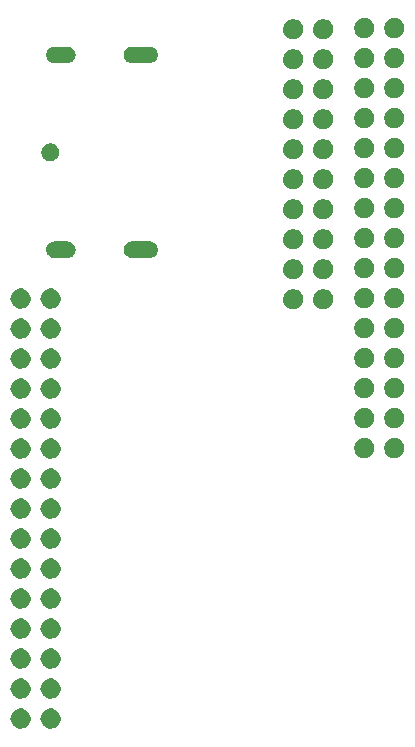
<source format=gbr>
G04 #@! TF.FileFunction,Soldermask,Bot*
%FSLAX46Y46*%
G04 Gerber Fmt 4.6, Leading zero omitted, Abs format (unit mm)*
G04 Created by KiCad (PCBNEW 4.0.7) date 08/09/18 14:36:55*
%MOMM*%
%LPD*%
G01*
G04 APERTURE LIST*
%ADD10C,0.100000*%
G04 APERTURE END LIST*
D10*
G36*
X133219384Y-99929565D02*
X133382867Y-99963123D01*
X133536714Y-100027794D01*
X133675076Y-100121120D01*
X133792672Y-100239540D01*
X133885025Y-100378544D01*
X133948623Y-100532841D01*
X133980971Y-100696211D01*
X133980971Y-100696221D01*
X133981037Y-100696555D01*
X133978375Y-100887175D01*
X133978299Y-100887509D01*
X133978299Y-100887520D01*
X133941403Y-101049917D01*
X133873523Y-101202379D01*
X133777323Y-101338752D01*
X133656461Y-101453846D01*
X133515555Y-101543267D01*
X133359958Y-101603621D01*
X133195606Y-101632600D01*
X133028753Y-101629105D01*
X132865749Y-101593267D01*
X132712821Y-101526454D01*
X132575780Y-101431207D01*
X132459846Y-101311154D01*
X132369443Y-101170876D01*
X132308006Y-101015705D01*
X132277878Y-100851552D01*
X132280209Y-100684679D01*
X132314906Y-100521439D01*
X132380653Y-100368042D01*
X132474940Y-100230340D01*
X132594180Y-100113571D01*
X132733826Y-100022189D01*
X132888564Y-99959671D01*
X133052495Y-99928399D01*
X133219384Y-99929565D01*
X133219384Y-99929565D01*
G37*
G36*
X135759384Y-99929565D02*
X135922867Y-99963123D01*
X136076714Y-100027794D01*
X136215076Y-100121120D01*
X136332672Y-100239540D01*
X136425025Y-100378544D01*
X136488623Y-100532841D01*
X136520971Y-100696211D01*
X136520971Y-100696221D01*
X136521037Y-100696555D01*
X136518375Y-100887175D01*
X136518299Y-100887509D01*
X136518299Y-100887520D01*
X136481403Y-101049917D01*
X136413523Y-101202379D01*
X136317323Y-101338752D01*
X136196461Y-101453846D01*
X136055555Y-101543267D01*
X135899958Y-101603621D01*
X135735606Y-101632600D01*
X135568753Y-101629105D01*
X135405749Y-101593267D01*
X135252821Y-101526454D01*
X135115780Y-101431207D01*
X134999846Y-101311154D01*
X134909443Y-101170876D01*
X134848006Y-101015705D01*
X134817878Y-100851552D01*
X134820209Y-100684679D01*
X134854906Y-100521439D01*
X134920653Y-100368042D01*
X135014940Y-100230340D01*
X135134180Y-100113571D01*
X135273826Y-100022189D01*
X135428564Y-99959671D01*
X135592495Y-99928399D01*
X135759384Y-99929565D01*
X135759384Y-99929565D01*
G37*
G36*
X133219384Y-97389565D02*
X133382867Y-97423123D01*
X133536714Y-97487794D01*
X133675076Y-97581120D01*
X133792672Y-97699540D01*
X133885025Y-97838544D01*
X133948623Y-97992841D01*
X133980971Y-98156211D01*
X133980971Y-98156221D01*
X133981037Y-98156555D01*
X133978375Y-98347175D01*
X133978299Y-98347509D01*
X133978299Y-98347520D01*
X133941403Y-98509917D01*
X133873523Y-98662379D01*
X133777323Y-98798752D01*
X133656461Y-98913846D01*
X133515555Y-99003267D01*
X133359958Y-99063621D01*
X133195606Y-99092600D01*
X133028753Y-99089105D01*
X132865749Y-99053267D01*
X132712821Y-98986454D01*
X132575780Y-98891207D01*
X132459846Y-98771154D01*
X132369443Y-98630876D01*
X132308006Y-98475705D01*
X132277878Y-98311552D01*
X132280209Y-98144679D01*
X132314906Y-97981439D01*
X132380653Y-97828042D01*
X132474940Y-97690340D01*
X132594180Y-97573571D01*
X132733826Y-97482189D01*
X132888564Y-97419671D01*
X133052495Y-97388399D01*
X133219384Y-97389565D01*
X133219384Y-97389565D01*
G37*
G36*
X135759384Y-97389565D02*
X135922867Y-97423123D01*
X136076714Y-97487794D01*
X136215076Y-97581120D01*
X136332672Y-97699540D01*
X136425025Y-97838544D01*
X136488623Y-97992841D01*
X136520971Y-98156211D01*
X136520971Y-98156221D01*
X136521037Y-98156555D01*
X136518375Y-98347175D01*
X136518299Y-98347509D01*
X136518299Y-98347520D01*
X136481403Y-98509917D01*
X136413523Y-98662379D01*
X136317323Y-98798752D01*
X136196461Y-98913846D01*
X136055555Y-99003267D01*
X135899958Y-99063621D01*
X135735606Y-99092600D01*
X135568753Y-99089105D01*
X135405749Y-99053267D01*
X135252821Y-98986454D01*
X135115780Y-98891207D01*
X134999846Y-98771154D01*
X134909443Y-98630876D01*
X134848006Y-98475705D01*
X134817878Y-98311552D01*
X134820209Y-98144679D01*
X134854906Y-97981439D01*
X134920653Y-97828042D01*
X135014940Y-97690340D01*
X135134180Y-97573571D01*
X135273826Y-97482189D01*
X135428564Y-97419671D01*
X135592495Y-97388399D01*
X135759384Y-97389565D01*
X135759384Y-97389565D01*
G37*
G36*
X133219384Y-94849565D02*
X133382867Y-94883123D01*
X133536714Y-94947794D01*
X133675076Y-95041120D01*
X133792672Y-95159540D01*
X133885025Y-95298544D01*
X133948623Y-95452841D01*
X133980971Y-95616211D01*
X133980971Y-95616221D01*
X133981037Y-95616555D01*
X133978375Y-95807175D01*
X133978299Y-95807509D01*
X133978299Y-95807520D01*
X133941403Y-95969917D01*
X133873523Y-96122379D01*
X133777323Y-96258752D01*
X133656461Y-96373846D01*
X133515555Y-96463267D01*
X133359958Y-96523621D01*
X133195606Y-96552600D01*
X133028753Y-96549105D01*
X132865749Y-96513267D01*
X132712821Y-96446454D01*
X132575780Y-96351207D01*
X132459846Y-96231154D01*
X132369443Y-96090876D01*
X132308006Y-95935705D01*
X132277878Y-95771552D01*
X132280209Y-95604679D01*
X132314906Y-95441439D01*
X132380653Y-95288042D01*
X132474940Y-95150340D01*
X132594180Y-95033571D01*
X132733826Y-94942189D01*
X132888564Y-94879671D01*
X133052495Y-94848399D01*
X133219384Y-94849565D01*
X133219384Y-94849565D01*
G37*
G36*
X135759384Y-94849565D02*
X135922867Y-94883123D01*
X136076714Y-94947794D01*
X136215076Y-95041120D01*
X136332672Y-95159540D01*
X136425025Y-95298544D01*
X136488623Y-95452841D01*
X136520971Y-95616211D01*
X136520971Y-95616221D01*
X136521037Y-95616555D01*
X136518375Y-95807175D01*
X136518299Y-95807509D01*
X136518299Y-95807520D01*
X136481403Y-95969917D01*
X136413523Y-96122379D01*
X136317323Y-96258752D01*
X136196461Y-96373846D01*
X136055555Y-96463267D01*
X135899958Y-96523621D01*
X135735606Y-96552600D01*
X135568753Y-96549105D01*
X135405749Y-96513267D01*
X135252821Y-96446454D01*
X135115780Y-96351207D01*
X134999846Y-96231154D01*
X134909443Y-96090876D01*
X134848006Y-95935705D01*
X134817878Y-95771552D01*
X134820209Y-95604679D01*
X134854906Y-95441439D01*
X134920653Y-95288042D01*
X135014940Y-95150340D01*
X135134180Y-95033571D01*
X135273826Y-94942189D01*
X135428564Y-94879671D01*
X135592495Y-94848399D01*
X135759384Y-94849565D01*
X135759384Y-94849565D01*
G37*
G36*
X133219384Y-92309565D02*
X133382867Y-92343123D01*
X133536714Y-92407794D01*
X133675076Y-92501120D01*
X133792672Y-92619540D01*
X133885025Y-92758544D01*
X133948623Y-92912841D01*
X133980971Y-93076211D01*
X133980971Y-93076221D01*
X133981037Y-93076555D01*
X133978375Y-93267175D01*
X133978299Y-93267509D01*
X133978299Y-93267520D01*
X133941403Y-93429917D01*
X133873523Y-93582379D01*
X133777323Y-93718752D01*
X133656461Y-93833846D01*
X133515555Y-93923267D01*
X133359958Y-93983621D01*
X133195606Y-94012600D01*
X133028753Y-94009105D01*
X132865749Y-93973267D01*
X132712821Y-93906454D01*
X132575780Y-93811207D01*
X132459846Y-93691154D01*
X132369443Y-93550876D01*
X132308006Y-93395705D01*
X132277878Y-93231552D01*
X132280209Y-93064679D01*
X132314906Y-92901439D01*
X132380653Y-92748042D01*
X132474940Y-92610340D01*
X132594180Y-92493571D01*
X132733826Y-92402189D01*
X132888564Y-92339671D01*
X133052495Y-92308399D01*
X133219384Y-92309565D01*
X133219384Y-92309565D01*
G37*
G36*
X135759384Y-92309565D02*
X135922867Y-92343123D01*
X136076714Y-92407794D01*
X136215076Y-92501120D01*
X136332672Y-92619540D01*
X136425025Y-92758544D01*
X136488623Y-92912841D01*
X136520971Y-93076211D01*
X136520971Y-93076221D01*
X136521037Y-93076555D01*
X136518375Y-93267175D01*
X136518299Y-93267509D01*
X136518299Y-93267520D01*
X136481403Y-93429917D01*
X136413523Y-93582379D01*
X136317323Y-93718752D01*
X136196461Y-93833846D01*
X136055555Y-93923267D01*
X135899958Y-93983621D01*
X135735606Y-94012600D01*
X135568753Y-94009105D01*
X135405749Y-93973267D01*
X135252821Y-93906454D01*
X135115780Y-93811207D01*
X134999846Y-93691154D01*
X134909443Y-93550876D01*
X134848006Y-93395705D01*
X134817878Y-93231552D01*
X134820209Y-93064679D01*
X134854906Y-92901439D01*
X134920653Y-92748042D01*
X135014940Y-92610340D01*
X135134180Y-92493571D01*
X135273826Y-92402189D01*
X135428564Y-92339671D01*
X135592495Y-92308399D01*
X135759384Y-92309565D01*
X135759384Y-92309565D01*
G37*
G36*
X133219384Y-89769565D02*
X133382867Y-89803123D01*
X133536714Y-89867794D01*
X133675076Y-89961120D01*
X133792672Y-90079540D01*
X133885025Y-90218544D01*
X133948623Y-90372841D01*
X133980971Y-90536211D01*
X133980971Y-90536221D01*
X133981037Y-90536555D01*
X133978375Y-90727175D01*
X133978299Y-90727509D01*
X133978299Y-90727520D01*
X133941403Y-90889917D01*
X133873523Y-91042379D01*
X133777323Y-91178752D01*
X133656461Y-91293846D01*
X133515555Y-91383267D01*
X133359958Y-91443621D01*
X133195606Y-91472600D01*
X133028753Y-91469105D01*
X132865749Y-91433267D01*
X132712821Y-91366454D01*
X132575780Y-91271207D01*
X132459846Y-91151154D01*
X132369443Y-91010876D01*
X132308006Y-90855705D01*
X132277878Y-90691552D01*
X132280209Y-90524679D01*
X132314906Y-90361439D01*
X132380653Y-90208042D01*
X132474940Y-90070340D01*
X132594180Y-89953571D01*
X132733826Y-89862189D01*
X132888564Y-89799671D01*
X133052495Y-89768399D01*
X133219384Y-89769565D01*
X133219384Y-89769565D01*
G37*
G36*
X135759384Y-89769565D02*
X135922867Y-89803123D01*
X136076714Y-89867794D01*
X136215076Y-89961120D01*
X136332672Y-90079540D01*
X136425025Y-90218544D01*
X136488623Y-90372841D01*
X136520971Y-90536211D01*
X136520971Y-90536221D01*
X136521037Y-90536555D01*
X136518375Y-90727175D01*
X136518299Y-90727509D01*
X136518299Y-90727520D01*
X136481403Y-90889917D01*
X136413523Y-91042379D01*
X136317323Y-91178752D01*
X136196461Y-91293846D01*
X136055555Y-91383267D01*
X135899958Y-91443621D01*
X135735606Y-91472600D01*
X135568753Y-91469105D01*
X135405749Y-91433267D01*
X135252821Y-91366454D01*
X135115780Y-91271207D01*
X134999846Y-91151154D01*
X134909443Y-91010876D01*
X134848006Y-90855705D01*
X134817878Y-90691552D01*
X134820209Y-90524679D01*
X134854906Y-90361439D01*
X134920653Y-90208042D01*
X135014940Y-90070340D01*
X135134180Y-89953571D01*
X135273826Y-89862189D01*
X135428564Y-89799671D01*
X135592495Y-89768399D01*
X135759384Y-89769565D01*
X135759384Y-89769565D01*
G37*
G36*
X133219384Y-87229565D02*
X133382867Y-87263123D01*
X133536714Y-87327794D01*
X133675076Y-87421120D01*
X133792672Y-87539540D01*
X133885025Y-87678544D01*
X133948623Y-87832841D01*
X133980971Y-87996211D01*
X133980971Y-87996221D01*
X133981037Y-87996555D01*
X133978375Y-88187175D01*
X133978299Y-88187509D01*
X133978299Y-88187520D01*
X133941403Y-88349917D01*
X133873523Y-88502379D01*
X133777323Y-88638752D01*
X133656461Y-88753846D01*
X133515555Y-88843267D01*
X133359958Y-88903621D01*
X133195606Y-88932600D01*
X133028753Y-88929105D01*
X132865749Y-88893267D01*
X132712821Y-88826454D01*
X132575780Y-88731207D01*
X132459846Y-88611154D01*
X132369443Y-88470876D01*
X132308006Y-88315705D01*
X132277878Y-88151552D01*
X132280209Y-87984679D01*
X132314906Y-87821439D01*
X132380653Y-87668042D01*
X132474940Y-87530340D01*
X132594180Y-87413571D01*
X132733826Y-87322189D01*
X132888564Y-87259671D01*
X133052495Y-87228399D01*
X133219384Y-87229565D01*
X133219384Y-87229565D01*
G37*
G36*
X135759384Y-87229565D02*
X135922867Y-87263123D01*
X136076714Y-87327794D01*
X136215076Y-87421120D01*
X136332672Y-87539540D01*
X136425025Y-87678544D01*
X136488623Y-87832841D01*
X136520971Y-87996211D01*
X136520971Y-87996221D01*
X136521037Y-87996555D01*
X136518375Y-88187175D01*
X136518299Y-88187509D01*
X136518299Y-88187520D01*
X136481403Y-88349917D01*
X136413523Y-88502379D01*
X136317323Y-88638752D01*
X136196461Y-88753846D01*
X136055555Y-88843267D01*
X135899958Y-88903621D01*
X135735606Y-88932600D01*
X135568753Y-88929105D01*
X135405749Y-88893267D01*
X135252821Y-88826454D01*
X135115780Y-88731207D01*
X134999846Y-88611154D01*
X134909443Y-88470876D01*
X134848006Y-88315705D01*
X134817878Y-88151552D01*
X134820209Y-87984679D01*
X134854906Y-87821439D01*
X134920653Y-87668042D01*
X135014940Y-87530340D01*
X135134180Y-87413571D01*
X135273826Y-87322189D01*
X135428564Y-87259671D01*
X135592495Y-87228399D01*
X135759384Y-87229565D01*
X135759384Y-87229565D01*
G37*
G36*
X135759384Y-84689565D02*
X135922867Y-84723123D01*
X136076714Y-84787794D01*
X136215076Y-84881120D01*
X136332672Y-84999540D01*
X136425025Y-85138544D01*
X136488623Y-85292841D01*
X136520971Y-85456211D01*
X136520971Y-85456221D01*
X136521037Y-85456555D01*
X136518375Y-85647175D01*
X136518299Y-85647509D01*
X136518299Y-85647520D01*
X136481403Y-85809917D01*
X136413523Y-85962379D01*
X136317323Y-86098752D01*
X136196461Y-86213846D01*
X136055555Y-86303267D01*
X135899958Y-86363621D01*
X135735606Y-86392600D01*
X135568753Y-86389105D01*
X135405749Y-86353267D01*
X135252821Y-86286454D01*
X135115780Y-86191207D01*
X134999846Y-86071154D01*
X134909443Y-85930876D01*
X134848006Y-85775705D01*
X134817878Y-85611552D01*
X134820209Y-85444679D01*
X134854906Y-85281439D01*
X134920653Y-85128042D01*
X135014940Y-84990340D01*
X135134180Y-84873571D01*
X135273826Y-84782189D01*
X135428564Y-84719671D01*
X135592495Y-84688399D01*
X135759384Y-84689565D01*
X135759384Y-84689565D01*
G37*
G36*
X133219384Y-84689565D02*
X133382867Y-84723123D01*
X133536714Y-84787794D01*
X133675076Y-84881120D01*
X133792672Y-84999540D01*
X133885025Y-85138544D01*
X133948623Y-85292841D01*
X133980971Y-85456211D01*
X133980971Y-85456221D01*
X133981037Y-85456555D01*
X133978375Y-85647175D01*
X133978299Y-85647509D01*
X133978299Y-85647520D01*
X133941403Y-85809917D01*
X133873523Y-85962379D01*
X133777323Y-86098752D01*
X133656461Y-86213846D01*
X133515555Y-86303267D01*
X133359958Y-86363621D01*
X133195606Y-86392600D01*
X133028753Y-86389105D01*
X132865749Y-86353267D01*
X132712821Y-86286454D01*
X132575780Y-86191207D01*
X132459846Y-86071154D01*
X132369443Y-85930876D01*
X132308006Y-85775705D01*
X132277878Y-85611552D01*
X132280209Y-85444679D01*
X132314906Y-85281439D01*
X132380653Y-85128042D01*
X132474940Y-84990340D01*
X132594180Y-84873571D01*
X132733826Y-84782189D01*
X132888564Y-84719671D01*
X133052495Y-84688399D01*
X133219384Y-84689565D01*
X133219384Y-84689565D01*
G37*
G36*
X135759384Y-82149565D02*
X135922867Y-82183123D01*
X136076714Y-82247794D01*
X136215076Y-82341120D01*
X136332672Y-82459540D01*
X136425025Y-82598544D01*
X136488623Y-82752841D01*
X136520971Y-82916211D01*
X136520971Y-82916221D01*
X136521037Y-82916555D01*
X136518375Y-83107175D01*
X136518299Y-83107509D01*
X136518299Y-83107520D01*
X136481403Y-83269917D01*
X136413523Y-83422379D01*
X136317323Y-83558752D01*
X136196461Y-83673846D01*
X136055555Y-83763267D01*
X135899958Y-83823621D01*
X135735606Y-83852600D01*
X135568753Y-83849105D01*
X135405749Y-83813267D01*
X135252821Y-83746454D01*
X135115780Y-83651207D01*
X134999846Y-83531154D01*
X134909443Y-83390876D01*
X134848006Y-83235705D01*
X134817878Y-83071552D01*
X134820209Y-82904679D01*
X134854906Y-82741439D01*
X134920653Y-82588042D01*
X135014940Y-82450340D01*
X135134180Y-82333571D01*
X135273826Y-82242189D01*
X135428564Y-82179671D01*
X135592495Y-82148399D01*
X135759384Y-82149565D01*
X135759384Y-82149565D01*
G37*
G36*
X133219384Y-82149565D02*
X133382867Y-82183123D01*
X133536714Y-82247794D01*
X133675076Y-82341120D01*
X133792672Y-82459540D01*
X133885025Y-82598544D01*
X133948623Y-82752841D01*
X133980971Y-82916211D01*
X133980971Y-82916221D01*
X133981037Y-82916555D01*
X133978375Y-83107175D01*
X133978299Y-83107509D01*
X133978299Y-83107520D01*
X133941403Y-83269917D01*
X133873523Y-83422379D01*
X133777323Y-83558752D01*
X133656461Y-83673846D01*
X133515555Y-83763267D01*
X133359958Y-83823621D01*
X133195606Y-83852600D01*
X133028753Y-83849105D01*
X132865749Y-83813267D01*
X132712821Y-83746454D01*
X132575780Y-83651207D01*
X132459846Y-83531154D01*
X132369443Y-83390876D01*
X132308006Y-83235705D01*
X132277878Y-83071552D01*
X132280209Y-82904679D01*
X132314906Y-82741439D01*
X132380653Y-82588042D01*
X132474940Y-82450340D01*
X132594180Y-82333571D01*
X132733826Y-82242189D01*
X132888564Y-82179671D01*
X133052495Y-82148399D01*
X133219384Y-82149565D01*
X133219384Y-82149565D01*
G37*
G36*
X133219384Y-79609565D02*
X133382867Y-79643123D01*
X133536714Y-79707794D01*
X133675076Y-79801120D01*
X133792672Y-79919540D01*
X133885025Y-80058544D01*
X133948623Y-80212841D01*
X133980971Y-80376211D01*
X133980971Y-80376221D01*
X133981037Y-80376555D01*
X133978375Y-80567175D01*
X133978299Y-80567509D01*
X133978299Y-80567520D01*
X133941403Y-80729917D01*
X133873523Y-80882379D01*
X133777323Y-81018752D01*
X133656461Y-81133846D01*
X133515555Y-81223267D01*
X133359958Y-81283621D01*
X133195606Y-81312600D01*
X133028753Y-81309105D01*
X132865749Y-81273267D01*
X132712821Y-81206454D01*
X132575780Y-81111207D01*
X132459846Y-80991154D01*
X132369443Y-80850876D01*
X132308006Y-80695705D01*
X132277878Y-80531552D01*
X132280209Y-80364679D01*
X132314906Y-80201439D01*
X132380653Y-80048042D01*
X132474940Y-79910340D01*
X132594180Y-79793571D01*
X132733826Y-79702189D01*
X132888564Y-79639671D01*
X133052495Y-79608399D01*
X133219384Y-79609565D01*
X133219384Y-79609565D01*
G37*
G36*
X135759384Y-79609565D02*
X135922867Y-79643123D01*
X136076714Y-79707794D01*
X136215076Y-79801120D01*
X136332672Y-79919540D01*
X136425025Y-80058544D01*
X136488623Y-80212841D01*
X136520971Y-80376211D01*
X136520971Y-80376221D01*
X136521037Y-80376555D01*
X136518375Y-80567175D01*
X136518299Y-80567509D01*
X136518299Y-80567520D01*
X136481403Y-80729917D01*
X136413523Y-80882379D01*
X136317323Y-81018752D01*
X136196461Y-81133846D01*
X136055555Y-81223267D01*
X135899958Y-81283621D01*
X135735606Y-81312600D01*
X135568753Y-81309105D01*
X135405749Y-81273267D01*
X135252821Y-81206454D01*
X135115780Y-81111207D01*
X134999846Y-80991154D01*
X134909443Y-80850876D01*
X134848006Y-80695705D01*
X134817878Y-80531552D01*
X134820209Y-80364679D01*
X134854906Y-80201439D01*
X134920653Y-80048042D01*
X135014940Y-79910340D01*
X135134180Y-79793571D01*
X135273826Y-79702189D01*
X135428564Y-79639671D01*
X135592495Y-79608399D01*
X135759384Y-79609565D01*
X135759384Y-79609565D01*
G37*
G36*
X133219384Y-77069565D02*
X133382867Y-77103123D01*
X133536714Y-77167794D01*
X133675076Y-77261120D01*
X133792672Y-77379540D01*
X133885025Y-77518544D01*
X133948623Y-77672841D01*
X133980971Y-77836211D01*
X133980971Y-77836221D01*
X133981037Y-77836555D01*
X133978375Y-78027175D01*
X133978299Y-78027509D01*
X133978299Y-78027520D01*
X133941403Y-78189917D01*
X133873523Y-78342379D01*
X133777323Y-78478752D01*
X133656461Y-78593846D01*
X133515555Y-78683267D01*
X133359958Y-78743621D01*
X133195606Y-78772600D01*
X133028753Y-78769105D01*
X132865749Y-78733267D01*
X132712821Y-78666454D01*
X132575780Y-78571207D01*
X132459846Y-78451154D01*
X132369443Y-78310876D01*
X132308006Y-78155705D01*
X132277878Y-77991552D01*
X132280209Y-77824679D01*
X132314906Y-77661439D01*
X132380653Y-77508042D01*
X132474940Y-77370340D01*
X132594180Y-77253571D01*
X132733826Y-77162189D01*
X132888564Y-77099671D01*
X133052495Y-77068399D01*
X133219384Y-77069565D01*
X133219384Y-77069565D01*
G37*
G36*
X135759384Y-77069565D02*
X135922867Y-77103123D01*
X136076714Y-77167794D01*
X136215076Y-77261120D01*
X136332672Y-77379540D01*
X136425025Y-77518544D01*
X136488623Y-77672841D01*
X136520971Y-77836211D01*
X136520971Y-77836221D01*
X136521037Y-77836555D01*
X136518375Y-78027175D01*
X136518299Y-78027509D01*
X136518299Y-78027520D01*
X136481403Y-78189917D01*
X136413523Y-78342379D01*
X136317323Y-78478752D01*
X136196461Y-78593846D01*
X136055555Y-78683267D01*
X135899958Y-78743621D01*
X135735606Y-78772600D01*
X135568753Y-78769105D01*
X135405749Y-78733267D01*
X135252821Y-78666454D01*
X135115780Y-78571207D01*
X134999846Y-78451154D01*
X134909443Y-78310876D01*
X134848006Y-78155705D01*
X134817878Y-77991552D01*
X134820209Y-77824679D01*
X134854906Y-77661439D01*
X134920653Y-77508042D01*
X135014940Y-77370340D01*
X135134180Y-77253571D01*
X135273826Y-77162189D01*
X135428564Y-77099671D01*
X135592495Y-77068399D01*
X135759384Y-77069565D01*
X135759384Y-77069565D01*
G37*
G36*
X164859384Y-77029565D02*
X165022867Y-77063123D01*
X165176714Y-77127794D01*
X165315076Y-77221120D01*
X165432672Y-77339540D01*
X165525025Y-77478544D01*
X165588623Y-77632841D01*
X165620971Y-77796211D01*
X165620971Y-77796221D01*
X165621037Y-77796555D01*
X165618375Y-77987175D01*
X165618299Y-77987509D01*
X165618299Y-77987520D01*
X165581403Y-78149917D01*
X165513523Y-78302379D01*
X165417323Y-78438752D01*
X165296461Y-78553846D01*
X165155555Y-78643267D01*
X164999958Y-78703621D01*
X164835606Y-78732600D01*
X164668753Y-78729105D01*
X164505749Y-78693267D01*
X164352821Y-78626454D01*
X164215780Y-78531207D01*
X164099846Y-78411154D01*
X164009443Y-78270876D01*
X163948006Y-78115705D01*
X163917878Y-77951552D01*
X163920209Y-77784679D01*
X163954906Y-77621439D01*
X164020653Y-77468042D01*
X164114940Y-77330340D01*
X164234180Y-77213571D01*
X164373826Y-77122189D01*
X164528564Y-77059671D01*
X164692495Y-77028399D01*
X164859384Y-77029565D01*
X164859384Y-77029565D01*
G37*
G36*
X162319384Y-77029565D02*
X162482867Y-77063123D01*
X162636714Y-77127794D01*
X162775076Y-77221120D01*
X162892672Y-77339540D01*
X162985025Y-77478544D01*
X163048623Y-77632841D01*
X163080971Y-77796211D01*
X163080971Y-77796221D01*
X163081037Y-77796555D01*
X163078375Y-77987175D01*
X163078299Y-77987509D01*
X163078299Y-77987520D01*
X163041403Y-78149917D01*
X162973523Y-78302379D01*
X162877323Y-78438752D01*
X162756461Y-78553846D01*
X162615555Y-78643267D01*
X162459958Y-78703621D01*
X162295606Y-78732600D01*
X162128753Y-78729105D01*
X161965749Y-78693267D01*
X161812821Y-78626454D01*
X161675780Y-78531207D01*
X161559846Y-78411154D01*
X161469443Y-78270876D01*
X161408006Y-78115705D01*
X161377878Y-77951552D01*
X161380209Y-77784679D01*
X161414906Y-77621439D01*
X161480653Y-77468042D01*
X161574940Y-77330340D01*
X161694180Y-77213571D01*
X161833826Y-77122189D01*
X161988564Y-77059671D01*
X162152495Y-77028399D01*
X162319384Y-77029565D01*
X162319384Y-77029565D01*
G37*
G36*
X133219384Y-74529565D02*
X133382867Y-74563123D01*
X133536714Y-74627794D01*
X133675076Y-74721120D01*
X133792672Y-74839540D01*
X133885025Y-74978544D01*
X133948623Y-75132841D01*
X133980971Y-75296211D01*
X133980971Y-75296221D01*
X133981037Y-75296555D01*
X133978375Y-75487175D01*
X133978299Y-75487509D01*
X133978299Y-75487520D01*
X133941403Y-75649917D01*
X133873523Y-75802379D01*
X133777323Y-75938752D01*
X133656461Y-76053846D01*
X133515555Y-76143267D01*
X133359958Y-76203621D01*
X133195606Y-76232600D01*
X133028753Y-76229105D01*
X132865749Y-76193267D01*
X132712821Y-76126454D01*
X132575780Y-76031207D01*
X132459846Y-75911154D01*
X132369443Y-75770876D01*
X132308006Y-75615705D01*
X132277878Y-75451552D01*
X132280209Y-75284679D01*
X132314906Y-75121439D01*
X132380653Y-74968042D01*
X132474940Y-74830340D01*
X132594180Y-74713571D01*
X132733826Y-74622189D01*
X132888564Y-74559671D01*
X133052495Y-74528399D01*
X133219384Y-74529565D01*
X133219384Y-74529565D01*
G37*
G36*
X135759384Y-74529565D02*
X135922867Y-74563123D01*
X136076714Y-74627794D01*
X136215076Y-74721120D01*
X136332672Y-74839540D01*
X136425025Y-74978544D01*
X136488623Y-75132841D01*
X136520971Y-75296211D01*
X136520971Y-75296221D01*
X136521037Y-75296555D01*
X136518375Y-75487175D01*
X136518299Y-75487509D01*
X136518299Y-75487520D01*
X136481403Y-75649917D01*
X136413523Y-75802379D01*
X136317323Y-75938752D01*
X136196461Y-76053846D01*
X136055555Y-76143267D01*
X135899958Y-76203621D01*
X135735606Y-76232600D01*
X135568753Y-76229105D01*
X135405749Y-76193267D01*
X135252821Y-76126454D01*
X135115780Y-76031207D01*
X134999846Y-75911154D01*
X134909443Y-75770876D01*
X134848006Y-75615705D01*
X134817878Y-75451552D01*
X134820209Y-75284679D01*
X134854906Y-75121439D01*
X134920653Y-74968042D01*
X135014940Y-74830340D01*
X135134180Y-74713571D01*
X135273826Y-74622189D01*
X135428564Y-74559671D01*
X135592495Y-74528399D01*
X135759384Y-74529565D01*
X135759384Y-74529565D01*
G37*
G36*
X162319384Y-74489565D02*
X162482867Y-74523123D01*
X162636714Y-74587794D01*
X162775076Y-74681120D01*
X162892672Y-74799540D01*
X162985025Y-74938544D01*
X163048623Y-75092841D01*
X163080971Y-75256211D01*
X163080971Y-75256221D01*
X163081037Y-75256555D01*
X163078375Y-75447175D01*
X163078299Y-75447509D01*
X163078299Y-75447520D01*
X163041403Y-75609917D01*
X162973523Y-75762379D01*
X162877323Y-75898752D01*
X162756461Y-76013846D01*
X162615555Y-76103267D01*
X162459958Y-76163621D01*
X162295606Y-76192600D01*
X162128753Y-76189105D01*
X161965749Y-76153267D01*
X161812821Y-76086454D01*
X161675780Y-75991207D01*
X161559846Y-75871154D01*
X161469443Y-75730876D01*
X161408006Y-75575705D01*
X161377878Y-75411552D01*
X161380209Y-75244679D01*
X161414906Y-75081439D01*
X161480653Y-74928042D01*
X161574940Y-74790340D01*
X161694180Y-74673571D01*
X161833826Y-74582189D01*
X161988564Y-74519671D01*
X162152495Y-74488399D01*
X162319384Y-74489565D01*
X162319384Y-74489565D01*
G37*
G36*
X164859384Y-74489565D02*
X165022867Y-74523123D01*
X165176714Y-74587794D01*
X165315076Y-74681120D01*
X165432672Y-74799540D01*
X165525025Y-74938544D01*
X165588623Y-75092841D01*
X165620971Y-75256211D01*
X165620971Y-75256221D01*
X165621037Y-75256555D01*
X165618375Y-75447175D01*
X165618299Y-75447509D01*
X165618299Y-75447520D01*
X165581403Y-75609917D01*
X165513523Y-75762379D01*
X165417323Y-75898752D01*
X165296461Y-76013846D01*
X165155555Y-76103267D01*
X164999958Y-76163621D01*
X164835606Y-76192600D01*
X164668753Y-76189105D01*
X164505749Y-76153267D01*
X164352821Y-76086454D01*
X164215780Y-75991207D01*
X164099846Y-75871154D01*
X164009443Y-75730876D01*
X163948006Y-75575705D01*
X163917878Y-75411552D01*
X163920209Y-75244679D01*
X163954906Y-75081439D01*
X164020653Y-74928042D01*
X164114940Y-74790340D01*
X164234180Y-74673571D01*
X164373826Y-74582189D01*
X164528564Y-74519671D01*
X164692495Y-74488399D01*
X164859384Y-74489565D01*
X164859384Y-74489565D01*
G37*
G36*
X135759384Y-71989565D02*
X135922867Y-72023123D01*
X136076714Y-72087794D01*
X136215076Y-72181120D01*
X136332672Y-72299540D01*
X136425025Y-72438544D01*
X136488623Y-72592841D01*
X136520971Y-72756211D01*
X136520971Y-72756221D01*
X136521037Y-72756555D01*
X136518375Y-72947175D01*
X136518299Y-72947509D01*
X136518299Y-72947520D01*
X136481403Y-73109917D01*
X136413523Y-73262379D01*
X136317323Y-73398752D01*
X136196461Y-73513846D01*
X136055555Y-73603267D01*
X135899958Y-73663621D01*
X135735606Y-73692600D01*
X135568753Y-73689105D01*
X135405749Y-73653267D01*
X135252821Y-73586454D01*
X135115780Y-73491207D01*
X134999846Y-73371154D01*
X134909443Y-73230876D01*
X134848006Y-73075705D01*
X134817878Y-72911552D01*
X134820209Y-72744679D01*
X134854906Y-72581439D01*
X134920653Y-72428042D01*
X135014940Y-72290340D01*
X135134180Y-72173571D01*
X135273826Y-72082189D01*
X135428564Y-72019671D01*
X135592495Y-71988399D01*
X135759384Y-71989565D01*
X135759384Y-71989565D01*
G37*
G36*
X133219384Y-71989565D02*
X133382867Y-72023123D01*
X133536714Y-72087794D01*
X133675076Y-72181120D01*
X133792672Y-72299540D01*
X133885025Y-72438544D01*
X133948623Y-72592841D01*
X133980971Y-72756211D01*
X133980971Y-72756221D01*
X133981037Y-72756555D01*
X133978375Y-72947175D01*
X133978299Y-72947509D01*
X133978299Y-72947520D01*
X133941403Y-73109917D01*
X133873523Y-73262379D01*
X133777323Y-73398752D01*
X133656461Y-73513846D01*
X133515555Y-73603267D01*
X133359958Y-73663621D01*
X133195606Y-73692600D01*
X133028753Y-73689105D01*
X132865749Y-73653267D01*
X132712821Y-73586454D01*
X132575780Y-73491207D01*
X132459846Y-73371154D01*
X132369443Y-73230876D01*
X132308006Y-73075705D01*
X132277878Y-72911552D01*
X132280209Y-72744679D01*
X132314906Y-72581439D01*
X132380653Y-72428042D01*
X132474940Y-72290340D01*
X132594180Y-72173571D01*
X132733826Y-72082189D01*
X132888564Y-72019671D01*
X133052495Y-71988399D01*
X133219384Y-71989565D01*
X133219384Y-71989565D01*
G37*
G36*
X164859384Y-71949565D02*
X165022867Y-71983123D01*
X165176714Y-72047794D01*
X165315076Y-72141120D01*
X165432672Y-72259540D01*
X165525025Y-72398544D01*
X165588623Y-72552841D01*
X165620971Y-72716211D01*
X165620971Y-72716221D01*
X165621037Y-72716555D01*
X165618375Y-72907175D01*
X165618299Y-72907509D01*
X165618299Y-72907520D01*
X165581403Y-73069917D01*
X165513523Y-73222379D01*
X165417323Y-73358752D01*
X165296461Y-73473846D01*
X165155555Y-73563267D01*
X164999958Y-73623621D01*
X164835606Y-73652600D01*
X164668753Y-73649105D01*
X164505749Y-73613267D01*
X164352821Y-73546454D01*
X164215780Y-73451207D01*
X164099846Y-73331154D01*
X164009443Y-73190876D01*
X163948006Y-73035705D01*
X163917878Y-72871552D01*
X163920209Y-72704679D01*
X163954906Y-72541439D01*
X164020653Y-72388042D01*
X164114940Y-72250340D01*
X164234180Y-72133571D01*
X164373826Y-72042189D01*
X164528564Y-71979671D01*
X164692495Y-71948399D01*
X164859384Y-71949565D01*
X164859384Y-71949565D01*
G37*
G36*
X162319384Y-71949565D02*
X162482867Y-71983123D01*
X162636714Y-72047794D01*
X162775076Y-72141120D01*
X162892672Y-72259540D01*
X162985025Y-72398544D01*
X163048623Y-72552841D01*
X163080971Y-72716211D01*
X163080971Y-72716221D01*
X163081037Y-72716555D01*
X163078375Y-72907175D01*
X163078299Y-72907509D01*
X163078299Y-72907520D01*
X163041403Y-73069917D01*
X162973523Y-73222379D01*
X162877323Y-73358752D01*
X162756461Y-73473846D01*
X162615555Y-73563267D01*
X162459958Y-73623621D01*
X162295606Y-73652600D01*
X162128753Y-73649105D01*
X161965749Y-73613267D01*
X161812821Y-73546454D01*
X161675780Y-73451207D01*
X161559846Y-73331154D01*
X161469443Y-73190876D01*
X161408006Y-73035705D01*
X161377878Y-72871552D01*
X161380209Y-72704679D01*
X161414906Y-72541439D01*
X161480653Y-72388042D01*
X161574940Y-72250340D01*
X161694180Y-72133571D01*
X161833826Y-72042189D01*
X161988564Y-71979671D01*
X162152495Y-71948399D01*
X162319384Y-71949565D01*
X162319384Y-71949565D01*
G37*
G36*
X133219384Y-69449565D02*
X133382867Y-69483123D01*
X133536714Y-69547794D01*
X133675076Y-69641120D01*
X133792672Y-69759540D01*
X133885025Y-69898544D01*
X133948623Y-70052841D01*
X133980971Y-70216211D01*
X133980971Y-70216221D01*
X133981037Y-70216555D01*
X133978375Y-70407175D01*
X133978299Y-70407509D01*
X133978299Y-70407520D01*
X133941403Y-70569917D01*
X133873523Y-70722379D01*
X133777323Y-70858752D01*
X133656461Y-70973846D01*
X133515555Y-71063267D01*
X133359958Y-71123621D01*
X133195606Y-71152600D01*
X133028753Y-71149105D01*
X132865749Y-71113267D01*
X132712821Y-71046454D01*
X132575780Y-70951207D01*
X132459846Y-70831154D01*
X132369443Y-70690876D01*
X132308006Y-70535705D01*
X132277878Y-70371552D01*
X132280209Y-70204679D01*
X132314906Y-70041439D01*
X132380653Y-69888042D01*
X132474940Y-69750340D01*
X132594180Y-69633571D01*
X132733826Y-69542189D01*
X132888564Y-69479671D01*
X133052495Y-69448399D01*
X133219384Y-69449565D01*
X133219384Y-69449565D01*
G37*
G36*
X135759384Y-69449565D02*
X135922867Y-69483123D01*
X136076714Y-69547794D01*
X136215076Y-69641120D01*
X136332672Y-69759540D01*
X136425025Y-69898544D01*
X136488623Y-70052841D01*
X136520971Y-70216211D01*
X136520971Y-70216221D01*
X136521037Y-70216555D01*
X136518375Y-70407175D01*
X136518299Y-70407509D01*
X136518299Y-70407520D01*
X136481403Y-70569917D01*
X136413523Y-70722379D01*
X136317323Y-70858752D01*
X136196461Y-70973846D01*
X136055555Y-71063267D01*
X135899958Y-71123621D01*
X135735606Y-71152600D01*
X135568753Y-71149105D01*
X135405749Y-71113267D01*
X135252821Y-71046454D01*
X135115780Y-70951207D01*
X134999846Y-70831154D01*
X134909443Y-70690876D01*
X134848006Y-70535705D01*
X134817878Y-70371552D01*
X134820209Y-70204679D01*
X134854906Y-70041439D01*
X134920653Y-69888042D01*
X135014940Y-69750340D01*
X135134180Y-69633571D01*
X135273826Y-69542189D01*
X135428564Y-69479671D01*
X135592495Y-69448399D01*
X135759384Y-69449565D01*
X135759384Y-69449565D01*
G37*
G36*
X162319384Y-69409565D02*
X162482867Y-69443123D01*
X162636714Y-69507794D01*
X162775076Y-69601120D01*
X162892672Y-69719540D01*
X162985025Y-69858544D01*
X163048623Y-70012841D01*
X163080971Y-70176211D01*
X163080971Y-70176221D01*
X163081037Y-70176555D01*
X163078375Y-70367175D01*
X163078299Y-70367509D01*
X163078299Y-70367520D01*
X163041403Y-70529917D01*
X162973523Y-70682379D01*
X162877323Y-70818752D01*
X162756461Y-70933846D01*
X162615555Y-71023267D01*
X162459958Y-71083621D01*
X162295606Y-71112600D01*
X162128753Y-71109105D01*
X161965749Y-71073267D01*
X161812821Y-71006454D01*
X161675780Y-70911207D01*
X161559846Y-70791154D01*
X161469443Y-70650876D01*
X161408006Y-70495705D01*
X161377878Y-70331552D01*
X161380209Y-70164679D01*
X161414906Y-70001439D01*
X161480653Y-69848042D01*
X161574940Y-69710340D01*
X161694180Y-69593571D01*
X161833826Y-69502189D01*
X161988564Y-69439671D01*
X162152495Y-69408399D01*
X162319384Y-69409565D01*
X162319384Y-69409565D01*
G37*
G36*
X164859384Y-69409565D02*
X165022867Y-69443123D01*
X165176714Y-69507794D01*
X165315076Y-69601120D01*
X165432672Y-69719540D01*
X165525025Y-69858544D01*
X165588623Y-70012841D01*
X165620971Y-70176211D01*
X165620971Y-70176221D01*
X165621037Y-70176555D01*
X165618375Y-70367175D01*
X165618299Y-70367509D01*
X165618299Y-70367520D01*
X165581403Y-70529917D01*
X165513523Y-70682379D01*
X165417323Y-70818752D01*
X165296461Y-70933846D01*
X165155555Y-71023267D01*
X164999958Y-71083621D01*
X164835606Y-71112600D01*
X164668753Y-71109105D01*
X164505749Y-71073267D01*
X164352821Y-71006454D01*
X164215780Y-70911207D01*
X164099846Y-70791154D01*
X164009443Y-70650876D01*
X163948006Y-70495705D01*
X163917878Y-70331552D01*
X163920209Y-70164679D01*
X163954906Y-70001439D01*
X164020653Y-69848042D01*
X164114940Y-69710340D01*
X164234180Y-69593571D01*
X164373826Y-69502189D01*
X164528564Y-69439671D01*
X164692495Y-69408399D01*
X164859384Y-69409565D01*
X164859384Y-69409565D01*
G37*
G36*
X133219384Y-66909565D02*
X133382867Y-66943123D01*
X133536714Y-67007794D01*
X133675076Y-67101120D01*
X133792672Y-67219540D01*
X133885025Y-67358544D01*
X133948623Y-67512841D01*
X133980971Y-67676211D01*
X133980971Y-67676221D01*
X133981037Y-67676555D01*
X133978375Y-67867175D01*
X133978299Y-67867509D01*
X133978299Y-67867520D01*
X133941403Y-68029917D01*
X133873523Y-68182379D01*
X133777323Y-68318752D01*
X133656461Y-68433846D01*
X133515555Y-68523267D01*
X133359958Y-68583621D01*
X133195606Y-68612600D01*
X133028753Y-68609105D01*
X132865749Y-68573267D01*
X132712821Y-68506454D01*
X132575780Y-68411207D01*
X132459846Y-68291154D01*
X132369443Y-68150876D01*
X132308006Y-67995705D01*
X132277878Y-67831552D01*
X132280209Y-67664679D01*
X132314906Y-67501439D01*
X132380653Y-67348042D01*
X132474940Y-67210340D01*
X132594180Y-67093571D01*
X132733826Y-67002189D01*
X132888564Y-66939671D01*
X133052495Y-66908399D01*
X133219384Y-66909565D01*
X133219384Y-66909565D01*
G37*
G36*
X135759384Y-66909565D02*
X135922867Y-66943123D01*
X136076714Y-67007794D01*
X136215076Y-67101120D01*
X136332672Y-67219540D01*
X136425025Y-67358544D01*
X136488623Y-67512841D01*
X136520971Y-67676211D01*
X136520971Y-67676221D01*
X136521037Y-67676555D01*
X136518375Y-67867175D01*
X136518299Y-67867509D01*
X136518299Y-67867520D01*
X136481403Y-68029917D01*
X136413523Y-68182379D01*
X136317323Y-68318752D01*
X136196461Y-68433846D01*
X136055555Y-68523267D01*
X135899958Y-68583621D01*
X135735606Y-68612600D01*
X135568753Y-68609105D01*
X135405749Y-68573267D01*
X135252821Y-68506454D01*
X135115780Y-68411207D01*
X134999846Y-68291154D01*
X134909443Y-68150876D01*
X134848006Y-67995705D01*
X134817878Y-67831552D01*
X134820209Y-67664679D01*
X134854906Y-67501439D01*
X134920653Y-67348042D01*
X135014940Y-67210340D01*
X135134180Y-67093571D01*
X135273826Y-67002189D01*
X135428564Y-66939671D01*
X135592495Y-66908399D01*
X135759384Y-66909565D01*
X135759384Y-66909565D01*
G37*
G36*
X164859384Y-66869565D02*
X165022867Y-66903123D01*
X165176714Y-66967794D01*
X165315076Y-67061120D01*
X165432672Y-67179540D01*
X165525025Y-67318544D01*
X165588623Y-67472841D01*
X165620971Y-67636211D01*
X165620971Y-67636221D01*
X165621037Y-67636555D01*
X165618375Y-67827175D01*
X165618299Y-67827509D01*
X165618299Y-67827520D01*
X165581403Y-67989917D01*
X165513523Y-68142379D01*
X165417323Y-68278752D01*
X165296461Y-68393846D01*
X165155555Y-68483267D01*
X164999958Y-68543621D01*
X164835606Y-68572600D01*
X164668753Y-68569105D01*
X164505749Y-68533267D01*
X164352821Y-68466454D01*
X164215780Y-68371207D01*
X164099846Y-68251154D01*
X164009443Y-68110876D01*
X163948006Y-67955705D01*
X163917878Y-67791552D01*
X163920209Y-67624679D01*
X163954906Y-67461439D01*
X164020653Y-67308042D01*
X164114940Y-67170340D01*
X164234180Y-67053571D01*
X164373826Y-66962189D01*
X164528564Y-66899671D01*
X164692495Y-66868399D01*
X164859384Y-66869565D01*
X164859384Y-66869565D01*
G37*
G36*
X162319384Y-66869565D02*
X162482867Y-66903123D01*
X162636714Y-66967794D01*
X162775076Y-67061120D01*
X162892672Y-67179540D01*
X162985025Y-67318544D01*
X163048623Y-67472841D01*
X163080971Y-67636211D01*
X163080971Y-67636221D01*
X163081037Y-67636555D01*
X163078375Y-67827175D01*
X163078299Y-67827509D01*
X163078299Y-67827520D01*
X163041403Y-67989917D01*
X162973523Y-68142379D01*
X162877323Y-68278752D01*
X162756461Y-68393846D01*
X162615555Y-68483267D01*
X162459958Y-68543621D01*
X162295606Y-68572600D01*
X162128753Y-68569105D01*
X161965749Y-68533267D01*
X161812821Y-68466454D01*
X161675780Y-68371207D01*
X161559846Y-68251154D01*
X161469443Y-68110876D01*
X161408006Y-67955705D01*
X161377878Y-67791552D01*
X161380209Y-67624679D01*
X161414906Y-67461439D01*
X161480653Y-67308042D01*
X161574940Y-67170340D01*
X161694180Y-67053571D01*
X161833826Y-66962189D01*
X161988564Y-66899671D01*
X162152495Y-66868399D01*
X162319384Y-66869565D01*
X162319384Y-66869565D01*
G37*
G36*
X158839384Y-64427565D02*
X159002867Y-64461123D01*
X159156714Y-64525794D01*
X159295076Y-64619120D01*
X159412672Y-64737540D01*
X159505025Y-64876544D01*
X159568623Y-65030841D01*
X159600971Y-65194211D01*
X159600971Y-65194221D01*
X159601037Y-65194555D01*
X159598375Y-65385175D01*
X159598299Y-65385509D01*
X159598299Y-65385520D01*
X159561403Y-65547917D01*
X159493523Y-65700379D01*
X159397323Y-65836752D01*
X159276461Y-65951846D01*
X159135555Y-66041267D01*
X158979958Y-66101621D01*
X158815606Y-66130600D01*
X158648753Y-66127105D01*
X158485749Y-66091267D01*
X158332821Y-66024454D01*
X158195780Y-65929207D01*
X158079846Y-65809154D01*
X157989443Y-65668876D01*
X157928006Y-65513705D01*
X157897878Y-65349552D01*
X157900209Y-65182679D01*
X157934906Y-65019439D01*
X158000653Y-64866042D01*
X158094940Y-64728340D01*
X158214180Y-64611571D01*
X158353826Y-64520189D01*
X158508564Y-64457671D01*
X158672495Y-64426399D01*
X158839384Y-64427565D01*
X158839384Y-64427565D01*
G37*
G36*
X156299384Y-64427565D02*
X156462867Y-64461123D01*
X156616714Y-64525794D01*
X156755076Y-64619120D01*
X156872672Y-64737540D01*
X156965025Y-64876544D01*
X157028623Y-65030841D01*
X157060971Y-65194211D01*
X157060971Y-65194221D01*
X157061037Y-65194555D01*
X157058375Y-65385175D01*
X157058299Y-65385509D01*
X157058299Y-65385520D01*
X157021403Y-65547917D01*
X156953523Y-65700379D01*
X156857323Y-65836752D01*
X156736461Y-65951846D01*
X156595555Y-66041267D01*
X156439958Y-66101621D01*
X156275606Y-66130600D01*
X156108753Y-66127105D01*
X155945749Y-66091267D01*
X155792821Y-66024454D01*
X155655780Y-65929207D01*
X155539846Y-65809154D01*
X155449443Y-65668876D01*
X155388006Y-65513705D01*
X155357878Y-65349552D01*
X155360209Y-65182679D01*
X155394906Y-65019439D01*
X155460653Y-64866042D01*
X155554940Y-64728340D01*
X155674180Y-64611571D01*
X155813826Y-64520189D01*
X155968564Y-64457671D01*
X156132495Y-64426399D01*
X156299384Y-64427565D01*
X156299384Y-64427565D01*
G37*
G36*
X135759384Y-64369565D02*
X135922867Y-64403123D01*
X136076714Y-64467794D01*
X136215076Y-64561120D01*
X136332672Y-64679540D01*
X136425025Y-64818544D01*
X136488623Y-64972841D01*
X136520971Y-65136211D01*
X136520971Y-65136221D01*
X136521037Y-65136555D01*
X136518375Y-65327175D01*
X136518299Y-65327509D01*
X136518299Y-65327520D01*
X136481403Y-65489917D01*
X136413523Y-65642379D01*
X136317323Y-65778752D01*
X136196461Y-65893846D01*
X136055555Y-65983267D01*
X135899958Y-66043621D01*
X135735606Y-66072600D01*
X135568753Y-66069105D01*
X135405749Y-66033267D01*
X135252821Y-65966454D01*
X135115780Y-65871207D01*
X134999846Y-65751154D01*
X134909443Y-65610876D01*
X134848006Y-65455705D01*
X134817878Y-65291552D01*
X134820209Y-65124679D01*
X134854906Y-64961439D01*
X134920653Y-64808042D01*
X135014940Y-64670340D01*
X135134180Y-64553571D01*
X135273826Y-64462189D01*
X135428564Y-64399671D01*
X135592495Y-64368399D01*
X135759384Y-64369565D01*
X135759384Y-64369565D01*
G37*
G36*
X133219384Y-64369565D02*
X133382867Y-64403123D01*
X133536714Y-64467794D01*
X133675076Y-64561120D01*
X133792672Y-64679540D01*
X133885025Y-64818544D01*
X133948623Y-64972841D01*
X133980971Y-65136211D01*
X133980971Y-65136221D01*
X133981037Y-65136555D01*
X133978375Y-65327175D01*
X133978299Y-65327509D01*
X133978299Y-65327520D01*
X133941403Y-65489917D01*
X133873523Y-65642379D01*
X133777323Y-65778752D01*
X133656461Y-65893846D01*
X133515555Y-65983267D01*
X133359958Y-66043621D01*
X133195606Y-66072600D01*
X133028753Y-66069105D01*
X132865749Y-66033267D01*
X132712821Y-65966454D01*
X132575780Y-65871207D01*
X132459846Y-65751154D01*
X132369443Y-65610876D01*
X132308006Y-65455705D01*
X132277878Y-65291552D01*
X132280209Y-65124679D01*
X132314906Y-64961439D01*
X132380653Y-64808042D01*
X132474940Y-64670340D01*
X132594180Y-64553571D01*
X132733826Y-64462189D01*
X132888564Y-64399671D01*
X133052495Y-64368399D01*
X133219384Y-64369565D01*
X133219384Y-64369565D01*
G37*
G36*
X162319384Y-64329565D02*
X162482867Y-64363123D01*
X162636714Y-64427794D01*
X162775076Y-64521120D01*
X162892672Y-64639540D01*
X162985025Y-64778544D01*
X163048623Y-64932841D01*
X163080971Y-65096211D01*
X163080971Y-65096221D01*
X163081037Y-65096555D01*
X163078375Y-65287175D01*
X163078299Y-65287509D01*
X163078299Y-65287520D01*
X163041403Y-65449917D01*
X162973523Y-65602379D01*
X162877323Y-65738752D01*
X162756461Y-65853846D01*
X162615555Y-65943267D01*
X162459958Y-66003621D01*
X162295606Y-66032600D01*
X162128753Y-66029105D01*
X161965749Y-65993267D01*
X161812821Y-65926454D01*
X161675780Y-65831207D01*
X161559846Y-65711154D01*
X161469443Y-65570876D01*
X161408006Y-65415705D01*
X161377878Y-65251552D01*
X161380209Y-65084679D01*
X161414906Y-64921439D01*
X161480653Y-64768042D01*
X161574940Y-64630340D01*
X161694180Y-64513571D01*
X161833826Y-64422189D01*
X161988564Y-64359671D01*
X162152495Y-64328399D01*
X162319384Y-64329565D01*
X162319384Y-64329565D01*
G37*
G36*
X164859384Y-64329565D02*
X165022867Y-64363123D01*
X165176714Y-64427794D01*
X165315076Y-64521120D01*
X165432672Y-64639540D01*
X165525025Y-64778544D01*
X165588623Y-64932841D01*
X165620971Y-65096211D01*
X165620971Y-65096221D01*
X165621037Y-65096555D01*
X165618375Y-65287175D01*
X165618299Y-65287509D01*
X165618299Y-65287520D01*
X165581403Y-65449917D01*
X165513523Y-65602379D01*
X165417323Y-65738752D01*
X165296461Y-65853846D01*
X165155555Y-65943267D01*
X164999958Y-66003621D01*
X164835606Y-66032600D01*
X164668753Y-66029105D01*
X164505749Y-65993267D01*
X164352821Y-65926454D01*
X164215780Y-65831207D01*
X164099846Y-65711154D01*
X164009443Y-65570876D01*
X163948006Y-65415705D01*
X163917878Y-65251552D01*
X163920209Y-65084679D01*
X163954906Y-64921439D01*
X164020653Y-64768042D01*
X164114940Y-64630340D01*
X164234180Y-64513571D01*
X164373826Y-64422189D01*
X164528564Y-64359671D01*
X164692495Y-64328399D01*
X164859384Y-64329565D01*
X164859384Y-64329565D01*
G37*
G36*
X156299384Y-61887565D02*
X156462867Y-61921123D01*
X156616714Y-61985794D01*
X156755076Y-62079120D01*
X156872672Y-62197540D01*
X156965025Y-62336544D01*
X157028623Y-62490841D01*
X157060971Y-62654211D01*
X157060971Y-62654221D01*
X157061037Y-62654555D01*
X157058375Y-62845175D01*
X157058299Y-62845509D01*
X157058299Y-62845520D01*
X157021403Y-63007917D01*
X156953523Y-63160379D01*
X156857323Y-63296752D01*
X156736461Y-63411846D01*
X156595555Y-63501267D01*
X156439958Y-63561621D01*
X156275606Y-63590600D01*
X156108753Y-63587105D01*
X155945749Y-63551267D01*
X155792821Y-63484454D01*
X155655780Y-63389207D01*
X155539846Y-63269154D01*
X155449443Y-63128876D01*
X155388006Y-62973705D01*
X155357878Y-62809552D01*
X155360209Y-62642679D01*
X155394906Y-62479439D01*
X155460653Y-62326042D01*
X155554940Y-62188340D01*
X155674180Y-62071571D01*
X155813826Y-61980189D01*
X155968564Y-61917671D01*
X156132495Y-61886399D01*
X156299384Y-61887565D01*
X156299384Y-61887565D01*
G37*
G36*
X158839384Y-61887565D02*
X159002867Y-61921123D01*
X159156714Y-61985794D01*
X159295076Y-62079120D01*
X159412672Y-62197540D01*
X159505025Y-62336544D01*
X159568623Y-62490841D01*
X159600971Y-62654211D01*
X159600971Y-62654221D01*
X159601037Y-62654555D01*
X159598375Y-62845175D01*
X159598299Y-62845509D01*
X159598299Y-62845520D01*
X159561403Y-63007917D01*
X159493523Y-63160379D01*
X159397323Y-63296752D01*
X159276461Y-63411846D01*
X159135555Y-63501267D01*
X158979958Y-63561621D01*
X158815606Y-63590600D01*
X158648753Y-63587105D01*
X158485749Y-63551267D01*
X158332821Y-63484454D01*
X158195780Y-63389207D01*
X158079846Y-63269154D01*
X157989443Y-63128876D01*
X157928006Y-62973705D01*
X157897878Y-62809552D01*
X157900209Y-62642679D01*
X157934906Y-62479439D01*
X158000653Y-62326042D01*
X158094940Y-62188340D01*
X158214180Y-62071571D01*
X158353826Y-61980189D01*
X158508564Y-61917671D01*
X158672495Y-61886399D01*
X158839384Y-61887565D01*
X158839384Y-61887565D01*
G37*
G36*
X164859384Y-61789565D02*
X165022867Y-61823123D01*
X165176714Y-61887794D01*
X165315076Y-61981120D01*
X165432672Y-62099540D01*
X165525025Y-62238544D01*
X165588623Y-62392841D01*
X165620971Y-62556211D01*
X165620971Y-62556221D01*
X165621037Y-62556555D01*
X165618375Y-62747175D01*
X165618299Y-62747509D01*
X165618299Y-62747520D01*
X165581403Y-62909917D01*
X165513523Y-63062379D01*
X165417323Y-63198752D01*
X165296461Y-63313846D01*
X165155555Y-63403267D01*
X164999958Y-63463621D01*
X164835606Y-63492600D01*
X164668753Y-63489105D01*
X164505749Y-63453267D01*
X164352821Y-63386454D01*
X164215780Y-63291207D01*
X164099846Y-63171154D01*
X164009443Y-63030876D01*
X163948006Y-62875705D01*
X163917878Y-62711552D01*
X163920209Y-62544679D01*
X163954906Y-62381439D01*
X164020653Y-62228042D01*
X164114940Y-62090340D01*
X164234180Y-61973571D01*
X164373826Y-61882189D01*
X164528564Y-61819671D01*
X164692495Y-61788399D01*
X164859384Y-61789565D01*
X164859384Y-61789565D01*
G37*
G36*
X162319384Y-61789565D02*
X162482867Y-61823123D01*
X162636714Y-61887794D01*
X162775076Y-61981120D01*
X162892672Y-62099540D01*
X162985025Y-62238544D01*
X163048623Y-62392841D01*
X163080971Y-62556211D01*
X163080971Y-62556221D01*
X163081037Y-62556555D01*
X163078375Y-62747175D01*
X163078299Y-62747509D01*
X163078299Y-62747520D01*
X163041403Y-62909917D01*
X162973523Y-63062379D01*
X162877323Y-63198752D01*
X162756461Y-63313846D01*
X162615555Y-63403267D01*
X162459958Y-63463621D01*
X162295606Y-63492600D01*
X162128753Y-63489105D01*
X161965749Y-63453267D01*
X161812821Y-63386454D01*
X161675780Y-63291207D01*
X161559846Y-63171154D01*
X161469443Y-63030876D01*
X161408006Y-62875705D01*
X161377878Y-62711552D01*
X161380209Y-62544679D01*
X161414906Y-62381439D01*
X161480653Y-62228042D01*
X161574940Y-62090340D01*
X161694180Y-61973571D01*
X161833826Y-61882189D01*
X161988564Y-61819671D01*
X162152495Y-61788399D01*
X162319384Y-61789565D01*
X162319384Y-61789565D01*
G37*
G36*
X144078999Y-60382042D02*
X144082790Y-60382068D01*
X144218554Y-60397297D01*
X144348775Y-60438605D01*
X144468493Y-60504421D01*
X144573147Y-60592236D01*
X144658751Y-60698706D01*
X144722045Y-60819775D01*
X144760617Y-60950833D01*
X144760620Y-60950867D01*
X144760624Y-60950880D01*
X144773002Y-61086884D01*
X144758725Y-61222706D01*
X144758724Y-61222710D01*
X144758719Y-61222755D01*
X144718320Y-61353261D01*
X144653342Y-61473435D01*
X144566260Y-61578700D01*
X144460390Y-61665045D01*
X144339765Y-61729182D01*
X144208980Y-61768669D01*
X144073016Y-61782000D01*
X142558948Y-61782000D01*
X142553001Y-61781958D01*
X142549210Y-61781932D01*
X142413446Y-61766703D01*
X142283225Y-61725395D01*
X142163507Y-61659579D01*
X142058853Y-61571764D01*
X141973249Y-61465294D01*
X141909955Y-61344225D01*
X141871383Y-61213167D01*
X141871380Y-61213133D01*
X141871376Y-61213120D01*
X141858998Y-61077116D01*
X141873275Y-60941294D01*
X141873276Y-60941290D01*
X141873281Y-60941245D01*
X141913680Y-60810739D01*
X141978658Y-60690565D01*
X142065740Y-60585300D01*
X142171610Y-60498955D01*
X142292235Y-60434818D01*
X142423020Y-60395331D01*
X142558984Y-60382000D01*
X144073052Y-60382000D01*
X144078999Y-60382042D01*
X144078999Y-60382042D01*
G37*
G36*
X137098031Y-60382042D02*
X137101822Y-60382068D01*
X137237586Y-60397297D01*
X137367807Y-60438605D01*
X137487525Y-60504421D01*
X137592179Y-60592236D01*
X137677783Y-60698706D01*
X137741077Y-60819775D01*
X137779649Y-60950833D01*
X137779652Y-60950867D01*
X137779656Y-60950880D01*
X137792034Y-61086884D01*
X137777757Y-61222706D01*
X137777756Y-61222710D01*
X137777751Y-61222755D01*
X137737352Y-61353261D01*
X137672374Y-61473435D01*
X137585292Y-61578700D01*
X137479422Y-61665045D01*
X137358797Y-61729182D01*
X137228012Y-61768669D01*
X137092048Y-61782000D01*
X135979916Y-61782000D01*
X135973969Y-61781958D01*
X135970178Y-61781932D01*
X135834414Y-61766703D01*
X135704193Y-61725395D01*
X135584475Y-61659579D01*
X135479821Y-61571764D01*
X135394217Y-61465294D01*
X135330923Y-61344225D01*
X135292351Y-61213167D01*
X135292348Y-61213133D01*
X135292344Y-61213120D01*
X135279966Y-61077116D01*
X135294243Y-60941294D01*
X135294244Y-60941290D01*
X135294249Y-60941245D01*
X135334648Y-60810739D01*
X135399626Y-60690565D01*
X135486708Y-60585300D01*
X135592578Y-60498955D01*
X135713203Y-60434818D01*
X135843988Y-60395331D01*
X135979952Y-60382000D01*
X137092084Y-60382000D01*
X137098031Y-60382042D01*
X137098031Y-60382042D01*
G37*
G36*
X158839384Y-59347565D02*
X159002867Y-59381123D01*
X159156714Y-59445794D01*
X159295076Y-59539120D01*
X159412672Y-59657540D01*
X159505025Y-59796544D01*
X159568623Y-59950841D01*
X159600971Y-60114211D01*
X159600971Y-60114221D01*
X159601037Y-60114555D01*
X159598375Y-60305175D01*
X159598299Y-60305509D01*
X159598299Y-60305520D01*
X159561403Y-60467917D01*
X159493523Y-60620379D01*
X159397323Y-60756752D01*
X159276461Y-60871846D01*
X159135555Y-60961267D01*
X158979958Y-61021621D01*
X158815606Y-61050600D01*
X158648753Y-61047105D01*
X158485749Y-61011267D01*
X158332821Y-60944454D01*
X158195780Y-60849207D01*
X158079846Y-60729154D01*
X157989443Y-60588876D01*
X157928006Y-60433705D01*
X157897878Y-60269552D01*
X157900209Y-60102679D01*
X157934906Y-59939439D01*
X158000653Y-59786042D01*
X158094940Y-59648340D01*
X158214180Y-59531571D01*
X158353826Y-59440189D01*
X158508564Y-59377671D01*
X158672495Y-59346399D01*
X158839384Y-59347565D01*
X158839384Y-59347565D01*
G37*
G36*
X156299384Y-59347565D02*
X156462867Y-59381123D01*
X156616714Y-59445794D01*
X156755076Y-59539120D01*
X156872672Y-59657540D01*
X156965025Y-59796544D01*
X157028623Y-59950841D01*
X157060971Y-60114211D01*
X157060971Y-60114221D01*
X157061037Y-60114555D01*
X157058375Y-60305175D01*
X157058299Y-60305509D01*
X157058299Y-60305520D01*
X157021403Y-60467917D01*
X156953523Y-60620379D01*
X156857323Y-60756752D01*
X156736461Y-60871846D01*
X156595555Y-60961267D01*
X156439958Y-61021621D01*
X156275606Y-61050600D01*
X156108753Y-61047105D01*
X155945749Y-61011267D01*
X155792821Y-60944454D01*
X155655780Y-60849207D01*
X155539846Y-60729154D01*
X155449443Y-60588876D01*
X155388006Y-60433705D01*
X155357878Y-60269552D01*
X155360209Y-60102679D01*
X155394906Y-59939439D01*
X155460653Y-59786042D01*
X155554940Y-59648340D01*
X155674180Y-59531571D01*
X155813826Y-59440189D01*
X155968564Y-59377671D01*
X156132495Y-59346399D01*
X156299384Y-59347565D01*
X156299384Y-59347565D01*
G37*
G36*
X164859384Y-59249565D02*
X165022867Y-59283123D01*
X165176714Y-59347794D01*
X165315076Y-59441120D01*
X165432672Y-59559540D01*
X165525025Y-59698544D01*
X165588623Y-59852841D01*
X165620971Y-60016211D01*
X165620971Y-60016221D01*
X165621037Y-60016555D01*
X165618375Y-60207175D01*
X165618299Y-60207509D01*
X165618299Y-60207520D01*
X165581403Y-60369917D01*
X165513523Y-60522379D01*
X165417323Y-60658752D01*
X165296461Y-60773846D01*
X165155555Y-60863267D01*
X164999958Y-60923621D01*
X164835606Y-60952600D01*
X164668753Y-60949105D01*
X164505749Y-60913267D01*
X164352821Y-60846454D01*
X164215780Y-60751207D01*
X164099846Y-60631154D01*
X164009443Y-60490876D01*
X163948006Y-60335705D01*
X163917878Y-60171552D01*
X163920209Y-60004679D01*
X163954906Y-59841439D01*
X164020653Y-59688042D01*
X164114940Y-59550340D01*
X164234180Y-59433571D01*
X164373826Y-59342189D01*
X164528564Y-59279671D01*
X164692495Y-59248399D01*
X164859384Y-59249565D01*
X164859384Y-59249565D01*
G37*
G36*
X162319384Y-59249565D02*
X162482867Y-59283123D01*
X162636714Y-59347794D01*
X162775076Y-59441120D01*
X162892672Y-59559540D01*
X162985025Y-59698544D01*
X163048623Y-59852841D01*
X163080971Y-60016211D01*
X163080971Y-60016221D01*
X163081037Y-60016555D01*
X163078375Y-60207175D01*
X163078299Y-60207509D01*
X163078299Y-60207520D01*
X163041403Y-60369917D01*
X162973523Y-60522379D01*
X162877323Y-60658752D01*
X162756461Y-60773846D01*
X162615555Y-60863267D01*
X162459958Y-60923621D01*
X162295606Y-60952600D01*
X162128753Y-60949105D01*
X161965749Y-60913267D01*
X161812821Y-60846454D01*
X161675780Y-60751207D01*
X161559846Y-60631154D01*
X161469443Y-60490876D01*
X161408006Y-60335705D01*
X161377878Y-60171552D01*
X161380209Y-60004679D01*
X161414906Y-59841439D01*
X161480653Y-59688042D01*
X161574940Y-59550340D01*
X161694180Y-59433571D01*
X161833826Y-59342189D01*
X161988564Y-59279671D01*
X162152495Y-59248399D01*
X162319384Y-59249565D01*
X162319384Y-59249565D01*
G37*
G36*
X156299384Y-56807565D02*
X156462867Y-56841123D01*
X156616714Y-56905794D01*
X156755076Y-56999120D01*
X156872672Y-57117540D01*
X156965025Y-57256544D01*
X157028623Y-57410841D01*
X157060971Y-57574211D01*
X157060971Y-57574221D01*
X157061037Y-57574555D01*
X157058375Y-57765175D01*
X157058299Y-57765509D01*
X157058299Y-57765520D01*
X157021403Y-57927917D01*
X156953523Y-58080379D01*
X156857323Y-58216752D01*
X156736461Y-58331846D01*
X156595555Y-58421267D01*
X156439958Y-58481621D01*
X156275606Y-58510600D01*
X156108753Y-58507105D01*
X155945749Y-58471267D01*
X155792821Y-58404454D01*
X155655780Y-58309207D01*
X155539846Y-58189154D01*
X155449443Y-58048876D01*
X155388006Y-57893705D01*
X155357878Y-57729552D01*
X155360209Y-57562679D01*
X155394906Y-57399439D01*
X155460653Y-57246042D01*
X155554940Y-57108340D01*
X155674180Y-56991571D01*
X155813826Y-56900189D01*
X155968564Y-56837671D01*
X156132495Y-56806399D01*
X156299384Y-56807565D01*
X156299384Y-56807565D01*
G37*
G36*
X158839384Y-56807565D02*
X159002867Y-56841123D01*
X159156714Y-56905794D01*
X159295076Y-56999120D01*
X159412672Y-57117540D01*
X159505025Y-57256544D01*
X159568623Y-57410841D01*
X159600971Y-57574211D01*
X159600971Y-57574221D01*
X159601037Y-57574555D01*
X159598375Y-57765175D01*
X159598299Y-57765509D01*
X159598299Y-57765520D01*
X159561403Y-57927917D01*
X159493523Y-58080379D01*
X159397323Y-58216752D01*
X159276461Y-58331846D01*
X159135555Y-58421267D01*
X158979958Y-58481621D01*
X158815606Y-58510600D01*
X158648753Y-58507105D01*
X158485749Y-58471267D01*
X158332821Y-58404454D01*
X158195780Y-58309207D01*
X158079846Y-58189154D01*
X157989443Y-58048876D01*
X157928006Y-57893705D01*
X157897878Y-57729552D01*
X157900209Y-57562679D01*
X157934906Y-57399439D01*
X158000653Y-57246042D01*
X158094940Y-57108340D01*
X158214180Y-56991571D01*
X158353826Y-56900189D01*
X158508564Y-56837671D01*
X158672495Y-56806399D01*
X158839384Y-56807565D01*
X158839384Y-56807565D01*
G37*
G36*
X164859384Y-56709565D02*
X165022867Y-56743123D01*
X165176714Y-56807794D01*
X165315076Y-56901120D01*
X165432672Y-57019540D01*
X165525025Y-57158544D01*
X165588623Y-57312841D01*
X165620971Y-57476211D01*
X165620971Y-57476221D01*
X165621037Y-57476555D01*
X165618375Y-57667175D01*
X165618299Y-57667509D01*
X165618299Y-57667520D01*
X165581403Y-57829917D01*
X165513523Y-57982379D01*
X165417323Y-58118752D01*
X165296461Y-58233846D01*
X165155555Y-58323267D01*
X164999958Y-58383621D01*
X164835606Y-58412600D01*
X164668753Y-58409105D01*
X164505749Y-58373267D01*
X164352821Y-58306454D01*
X164215780Y-58211207D01*
X164099846Y-58091154D01*
X164009443Y-57950876D01*
X163948006Y-57795705D01*
X163917878Y-57631552D01*
X163920209Y-57464679D01*
X163954906Y-57301439D01*
X164020653Y-57148042D01*
X164114940Y-57010340D01*
X164234180Y-56893571D01*
X164373826Y-56802189D01*
X164528564Y-56739671D01*
X164692495Y-56708399D01*
X164859384Y-56709565D01*
X164859384Y-56709565D01*
G37*
G36*
X162319384Y-56709565D02*
X162482867Y-56743123D01*
X162636714Y-56807794D01*
X162775076Y-56901120D01*
X162892672Y-57019540D01*
X162985025Y-57158544D01*
X163048623Y-57312841D01*
X163080971Y-57476211D01*
X163080971Y-57476221D01*
X163081037Y-57476555D01*
X163078375Y-57667175D01*
X163078299Y-57667509D01*
X163078299Y-57667520D01*
X163041403Y-57829917D01*
X162973523Y-57982379D01*
X162877323Y-58118752D01*
X162756461Y-58233846D01*
X162615555Y-58323267D01*
X162459958Y-58383621D01*
X162295606Y-58412600D01*
X162128753Y-58409105D01*
X161965749Y-58373267D01*
X161812821Y-58306454D01*
X161675780Y-58211207D01*
X161559846Y-58091154D01*
X161469443Y-57950876D01*
X161408006Y-57795705D01*
X161377878Y-57631552D01*
X161380209Y-57464679D01*
X161414906Y-57301439D01*
X161480653Y-57148042D01*
X161574940Y-57010340D01*
X161694180Y-56893571D01*
X161833826Y-56802189D01*
X161988564Y-56739671D01*
X162152495Y-56708399D01*
X162319384Y-56709565D01*
X162319384Y-56709565D01*
G37*
G36*
X158839384Y-54267565D02*
X159002867Y-54301123D01*
X159156714Y-54365794D01*
X159295076Y-54459120D01*
X159412672Y-54577540D01*
X159505025Y-54716544D01*
X159568623Y-54870841D01*
X159600971Y-55034211D01*
X159600971Y-55034221D01*
X159601037Y-55034555D01*
X159598375Y-55225175D01*
X159598299Y-55225509D01*
X159598299Y-55225520D01*
X159561403Y-55387917D01*
X159493523Y-55540379D01*
X159397323Y-55676752D01*
X159276461Y-55791846D01*
X159135555Y-55881267D01*
X158979958Y-55941621D01*
X158815606Y-55970600D01*
X158648753Y-55967105D01*
X158485749Y-55931267D01*
X158332821Y-55864454D01*
X158195780Y-55769207D01*
X158079846Y-55649154D01*
X157989443Y-55508876D01*
X157928006Y-55353705D01*
X157897878Y-55189552D01*
X157900209Y-55022679D01*
X157934906Y-54859439D01*
X158000653Y-54706042D01*
X158094940Y-54568340D01*
X158214180Y-54451571D01*
X158353826Y-54360189D01*
X158508564Y-54297671D01*
X158672495Y-54266399D01*
X158839384Y-54267565D01*
X158839384Y-54267565D01*
G37*
G36*
X156299384Y-54267565D02*
X156462867Y-54301123D01*
X156616714Y-54365794D01*
X156755076Y-54459120D01*
X156872672Y-54577540D01*
X156965025Y-54716544D01*
X157028623Y-54870841D01*
X157060971Y-55034211D01*
X157060971Y-55034221D01*
X157061037Y-55034555D01*
X157058375Y-55225175D01*
X157058299Y-55225509D01*
X157058299Y-55225520D01*
X157021403Y-55387917D01*
X156953523Y-55540379D01*
X156857323Y-55676752D01*
X156736461Y-55791846D01*
X156595555Y-55881267D01*
X156439958Y-55941621D01*
X156275606Y-55970600D01*
X156108753Y-55967105D01*
X155945749Y-55931267D01*
X155792821Y-55864454D01*
X155655780Y-55769207D01*
X155539846Y-55649154D01*
X155449443Y-55508876D01*
X155388006Y-55353705D01*
X155357878Y-55189552D01*
X155360209Y-55022679D01*
X155394906Y-54859439D01*
X155460653Y-54706042D01*
X155554940Y-54568340D01*
X155674180Y-54451571D01*
X155813826Y-54360189D01*
X155968564Y-54297671D01*
X156132495Y-54266399D01*
X156299384Y-54267565D01*
X156299384Y-54267565D01*
G37*
G36*
X162319384Y-54169565D02*
X162482867Y-54203123D01*
X162636714Y-54267794D01*
X162775076Y-54361120D01*
X162892672Y-54479540D01*
X162985025Y-54618544D01*
X163048623Y-54772841D01*
X163080971Y-54936211D01*
X163080971Y-54936221D01*
X163081037Y-54936555D01*
X163078375Y-55127175D01*
X163078299Y-55127509D01*
X163078299Y-55127520D01*
X163041403Y-55289917D01*
X162973523Y-55442379D01*
X162877323Y-55578752D01*
X162756461Y-55693846D01*
X162615555Y-55783267D01*
X162459958Y-55843621D01*
X162295606Y-55872600D01*
X162128753Y-55869105D01*
X161965749Y-55833267D01*
X161812821Y-55766454D01*
X161675780Y-55671207D01*
X161559846Y-55551154D01*
X161469443Y-55410876D01*
X161408006Y-55255705D01*
X161377878Y-55091552D01*
X161380209Y-54924679D01*
X161414906Y-54761439D01*
X161480653Y-54608042D01*
X161574940Y-54470340D01*
X161694180Y-54353571D01*
X161833826Y-54262189D01*
X161988564Y-54199671D01*
X162152495Y-54168399D01*
X162319384Y-54169565D01*
X162319384Y-54169565D01*
G37*
G36*
X164859384Y-54169565D02*
X165022867Y-54203123D01*
X165176714Y-54267794D01*
X165315076Y-54361120D01*
X165432672Y-54479540D01*
X165525025Y-54618544D01*
X165588623Y-54772841D01*
X165620971Y-54936211D01*
X165620971Y-54936221D01*
X165621037Y-54936555D01*
X165618375Y-55127175D01*
X165618299Y-55127509D01*
X165618299Y-55127520D01*
X165581403Y-55289917D01*
X165513523Y-55442379D01*
X165417323Y-55578752D01*
X165296461Y-55693846D01*
X165155555Y-55783267D01*
X164999958Y-55843621D01*
X164835606Y-55872600D01*
X164668753Y-55869105D01*
X164505749Y-55833267D01*
X164352821Y-55766454D01*
X164215780Y-55671207D01*
X164099846Y-55551154D01*
X164009443Y-55410876D01*
X163948006Y-55255705D01*
X163917878Y-55091552D01*
X163920209Y-54924679D01*
X163954906Y-54761439D01*
X164020653Y-54608042D01*
X164114940Y-54470340D01*
X164234180Y-54353571D01*
X164373826Y-54262189D01*
X164528564Y-54199671D01*
X164692495Y-54168399D01*
X164859384Y-54169565D01*
X164859384Y-54169565D01*
G37*
G36*
X135714775Y-52082498D02*
X135858856Y-52112073D01*
X135994444Y-52169069D01*
X136116382Y-52251317D01*
X136220023Y-52355685D01*
X136301419Y-52478194D01*
X136357464Y-52614173D01*
X136385966Y-52758115D01*
X136385966Y-52758125D01*
X136386032Y-52758459D01*
X136383686Y-52926455D01*
X136383610Y-52926789D01*
X136383610Y-52926801D01*
X136351104Y-53069881D01*
X136291279Y-53204250D01*
X136206496Y-53324437D01*
X136099978Y-53425872D01*
X135975796Y-53504680D01*
X135838666Y-53557869D01*
X135693819Y-53583410D01*
X135546769Y-53580330D01*
X135403111Y-53548745D01*
X135268338Y-53489864D01*
X135147554Y-53405917D01*
X135045383Y-53300115D01*
X134965709Y-53176486D01*
X134911564Y-53039731D01*
X134885012Y-52895059D01*
X134887066Y-52747992D01*
X134917645Y-52604127D01*
X134975587Y-52468937D01*
X135058687Y-52347574D01*
X135163773Y-52244665D01*
X135286844Y-52164130D01*
X135423221Y-52109030D01*
X135567693Y-52081470D01*
X135714775Y-52082498D01*
X135714775Y-52082498D01*
G37*
G36*
X158839384Y-51727565D02*
X159002867Y-51761123D01*
X159156714Y-51825794D01*
X159295076Y-51919120D01*
X159412672Y-52037540D01*
X159505025Y-52176544D01*
X159568623Y-52330841D01*
X159600971Y-52494211D01*
X159600971Y-52494221D01*
X159601037Y-52494555D01*
X159598375Y-52685175D01*
X159598299Y-52685509D01*
X159598299Y-52685520D01*
X159561403Y-52847917D01*
X159493523Y-53000379D01*
X159397323Y-53136752D01*
X159276461Y-53251846D01*
X159135555Y-53341267D01*
X158979958Y-53401621D01*
X158815606Y-53430600D01*
X158648753Y-53427105D01*
X158485749Y-53391267D01*
X158332821Y-53324454D01*
X158195780Y-53229207D01*
X158079846Y-53109154D01*
X157989443Y-52968876D01*
X157928006Y-52813705D01*
X157897878Y-52649552D01*
X157900209Y-52482679D01*
X157934906Y-52319439D01*
X158000653Y-52166042D01*
X158094940Y-52028340D01*
X158214180Y-51911571D01*
X158353826Y-51820189D01*
X158508564Y-51757671D01*
X158672495Y-51726399D01*
X158839384Y-51727565D01*
X158839384Y-51727565D01*
G37*
G36*
X156299384Y-51727565D02*
X156462867Y-51761123D01*
X156616714Y-51825794D01*
X156755076Y-51919120D01*
X156872672Y-52037540D01*
X156965025Y-52176544D01*
X157028623Y-52330841D01*
X157060971Y-52494211D01*
X157060971Y-52494221D01*
X157061037Y-52494555D01*
X157058375Y-52685175D01*
X157058299Y-52685509D01*
X157058299Y-52685520D01*
X157021403Y-52847917D01*
X156953523Y-53000379D01*
X156857323Y-53136752D01*
X156736461Y-53251846D01*
X156595555Y-53341267D01*
X156439958Y-53401621D01*
X156275606Y-53430600D01*
X156108753Y-53427105D01*
X155945749Y-53391267D01*
X155792821Y-53324454D01*
X155655780Y-53229207D01*
X155539846Y-53109154D01*
X155449443Y-52968876D01*
X155388006Y-52813705D01*
X155357878Y-52649552D01*
X155360209Y-52482679D01*
X155394906Y-52319439D01*
X155460653Y-52166042D01*
X155554940Y-52028340D01*
X155674180Y-51911571D01*
X155813826Y-51820189D01*
X155968564Y-51757671D01*
X156132495Y-51726399D01*
X156299384Y-51727565D01*
X156299384Y-51727565D01*
G37*
G36*
X164859384Y-51629565D02*
X165022867Y-51663123D01*
X165176714Y-51727794D01*
X165315076Y-51821120D01*
X165432672Y-51939540D01*
X165525025Y-52078544D01*
X165588623Y-52232841D01*
X165620971Y-52396211D01*
X165620971Y-52396221D01*
X165621037Y-52396555D01*
X165618375Y-52587175D01*
X165618299Y-52587509D01*
X165618299Y-52587520D01*
X165581403Y-52749917D01*
X165513523Y-52902379D01*
X165417323Y-53038752D01*
X165296461Y-53153846D01*
X165155555Y-53243267D01*
X164999958Y-53303621D01*
X164835606Y-53332600D01*
X164668753Y-53329105D01*
X164505749Y-53293267D01*
X164352821Y-53226454D01*
X164215780Y-53131207D01*
X164099846Y-53011154D01*
X164009443Y-52870876D01*
X163948006Y-52715705D01*
X163917878Y-52551552D01*
X163920209Y-52384679D01*
X163954906Y-52221439D01*
X164020653Y-52068042D01*
X164114940Y-51930340D01*
X164234180Y-51813571D01*
X164373826Y-51722189D01*
X164528564Y-51659671D01*
X164692495Y-51628399D01*
X164859384Y-51629565D01*
X164859384Y-51629565D01*
G37*
G36*
X162319384Y-51629565D02*
X162482867Y-51663123D01*
X162636714Y-51727794D01*
X162775076Y-51821120D01*
X162892672Y-51939540D01*
X162985025Y-52078544D01*
X163048623Y-52232841D01*
X163080971Y-52396211D01*
X163080971Y-52396221D01*
X163081037Y-52396555D01*
X163078375Y-52587175D01*
X163078299Y-52587509D01*
X163078299Y-52587520D01*
X163041403Y-52749917D01*
X162973523Y-52902379D01*
X162877323Y-53038752D01*
X162756461Y-53153846D01*
X162615555Y-53243267D01*
X162459958Y-53303621D01*
X162295606Y-53332600D01*
X162128753Y-53329105D01*
X161965749Y-53293267D01*
X161812821Y-53226454D01*
X161675780Y-53131207D01*
X161559846Y-53011154D01*
X161469443Y-52870876D01*
X161408006Y-52715705D01*
X161377878Y-52551552D01*
X161380209Y-52384679D01*
X161414906Y-52221439D01*
X161480653Y-52068042D01*
X161574940Y-51930340D01*
X161694180Y-51813571D01*
X161833826Y-51722189D01*
X161988564Y-51659671D01*
X162152495Y-51628399D01*
X162319384Y-51629565D01*
X162319384Y-51629565D01*
G37*
G36*
X156299384Y-49187565D02*
X156462867Y-49221123D01*
X156616714Y-49285794D01*
X156755076Y-49379120D01*
X156872672Y-49497540D01*
X156965025Y-49636544D01*
X157028623Y-49790841D01*
X157060971Y-49954211D01*
X157060971Y-49954221D01*
X157061037Y-49954555D01*
X157058375Y-50145175D01*
X157058299Y-50145509D01*
X157058299Y-50145520D01*
X157021403Y-50307917D01*
X156953523Y-50460379D01*
X156857323Y-50596752D01*
X156736461Y-50711846D01*
X156595555Y-50801267D01*
X156439958Y-50861621D01*
X156275606Y-50890600D01*
X156108753Y-50887105D01*
X155945749Y-50851267D01*
X155792821Y-50784454D01*
X155655780Y-50689207D01*
X155539846Y-50569154D01*
X155449443Y-50428876D01*
X155388006Y-50273705D01*
X155357878Y-50109552D01*
X155360209Y-49942679D01*
X155394906Y-49779439D01*
X155460653Y-49626042D01*
X155554940Y-49488340D01*
X155674180Y-49371571D01*
X155813826Y-49280189D01*
X155968564Y-49217671D01*
X156132495Y-49186399D01*
X156299384Y-49187565D01*
X156299384Y-49187565D01*
G37*
G36*
X158839384Y-49187565D02*
X159002867Y-49221123D01*
X159156714Y-49285794D01*
X159295076Y-49379120D01*
X159412672Y-49497540D01*
X159505025Y-49636544D01*
X159568623Y-49790841D01*
X159600971Y-49954211D01*
X159600971Y-49954221D01*
X159601037Y-49954555D01*
X159598375Y-50145175D01*
X159598299Y-50145509D01*
X159598299Y-50145520D01*
X159561403Y-50307917D01*
X159493523Y-50460379D01*
X159397323Y-50596752D01*
X159276461Y-50711846D01*
X159135555Y-50801267D01*
X158979958Y-50861621D01*
X158815606Y-50890600D01*
X158648753Y-50887105D01*
X158485749Y-50851267D01*
X158332821Y-50784454D01*
X158195780Y-50689207D01*
X158079846Y-50569154D01*
X157989443Y-50428876D01*
X157928006Y-50273705D01*
X157897878Y-50109552D01*
X157900209Y-49942679D01*
X157934906Y-49779439D01*
X158000653Y-49626042D01*
X158094940Y-49488340D01*
X158214180Y-49371571D01*
X158353826Y-49280189D01*
X158508564Y-49217671D01*
X158672495Y-49186399D01*
X158839384Y-49187565D01*
X158839384Y-49187565D01*
G37*
G36*
X164859384Y-49089565D02*
X165022867Y-49123123D01*
X165176714Y-49187794D01*
X165315076Y-49281120D01*
X165432672Y-49399540D01*
X165525025Y-49538544D01*
X165588623Y-49692841D01*
X165620971Y-49856211D01*
X165620971Y-49856221D01*
X165621037Y-49856555D01*
X165618375Y-50047175D01*
X165618299Y-50047509D01*
X165618299Y-50047520D01*
X165581403Y-50209917D01*
X165513523Y-50362379D01*
X165417323Y-50498752D01*
X165296461Y-50613846D01*
X165155555Y-50703267D01*
X164999958Y-50763621D01*
X164835606Y-50792600D01*
X164668753Y-50789105D01*
X164505749Y-50753267D01*
X164352821Y-50686454D01*
X164215780Y-50591207D01*
X164099846Y-50471154D01*
X164009443Y-50330876D01*
X163948006Y-50175705D01*
X163917878Y-50011552D01*
X163920209Y-49844679D01*
X163954906Y-49681439D01*
X164020653Y-49528042D01*
X164114940Y-49390340D01*
X164234180Y-49273571D01*
X164373826Y-49182189D01*
X164528564Y-49119671D01*
X164692495Y-49088399D01*
X164859384Y-49089565D01*
X164859384Y-49089565D01*
G37*
G36*
X162319384Y-49089565D02*
X162482867Y-49123123D01*
X162636714Y-49187794D01*
X162775076Y-49281120D01*
X162892672Y-49399540D01*
X162985025Y-49538544D01*
X163048623Y-49692841D01*
X163080971Y-49856211D01*
X163080971Y-49856221D01*
X163081037Y-49856555D01*
X163078375Y-50047175D01*
X163078299Y-50047509D01*
X163078299Y-50047520D01*
X163041403Y-50209917D01*
X162973523Y-50362379D01*
X162877323Y-50498752D01*
X162756461Y-50613846D01*
X162615555Y-50703267D01*
X162459958Y-50763621D01*
X162295606Y-50792600D01*
X162128753Y-50789105D01*
X161965749Y-50753267D01*
X161812821Y-50686454D01*
X161675780Y-50591207D01*
X161559846Y-50471154D01*
X161469443Y-50330876D01*
X161408006Y-50175705D01*
X161377878Y-50011552D01*
X161380209Y-49844679D01*
X161414906Y-49681439D01*
X161480653Y-49528042D01*
X161574940Y-49390340D01*
X161694180Y-49273571D01*
X161833826Y-49182189D01*
X161988564Y-49119671D01*
X162152495Y-49088399D01*
X162319384Y-49089565D01*
X162319384Y-49089565D01*
G37*
G36*
X158839384Y-46647565D02*
X159002867Y-46681123D01*
X159156714Y-46745794D01*
X159295076Y-46839120D01*
X159412672Y-46957540D01*
X159505025Y-47096544D01*
X159568623Y-47250841D01*
X159600971Y-47414211D01*
X159600971Y-47414221D01*
X159601037Y-47414555D01*
X159598375Y-47605175D01*
X159598299Y-47605509D01*
X159598299Y-47605520D01*
X159561403Y-47767917D01*
X159493523Y-47920379D01*
X159397323Y-48056752D01*
X159276461Y-48171846D01*
X159135555Y-48261267D01*
X158979958Y-48321621D01*
X158815606Y-48350600D01*
X158648753Y-48347105D01*
X158485749Y-48311267D01*
X158332821Y-48244454D01*
X158195780Y-48149207D01*
X158079846Y-48029154D01*
X157989443Y-47888876D01*
X157928006Y-47733705D01*
X157897878Y-47569552D01*
X157900209Y-47402679D01*
X157934906Y-47239439D01*
X158000653Y-47086042D01*
X158094940Y-46948340D01*
X158214180Y-46831571D01*
X158353826Y-46740189D01*
X158508564Y-46677671D01*
X158672495Y-46646399D01*
X158839384Y-46647565D01*
X158839384Y-46647565D01*
G37*
G36*
X156299384Y-46647565D02*
X156462867Y-46681123D01*
X156616714Y-46745794D01*
X156755076Y-46839120D01*
X156872672Y-46957540D01*
X156965025Y-47096544D01*
X157028623Y-47250841D01*
X157060971Y-47414211D01*
X157060971Y-47414221D01*
X157061037Y-47414555D01*
X157058375Y-47605175D01*
X157058299Y-47605509D01*
X157058299Y-47605520D01*
X157021403Y-47767917D01*
X156953523Y-47920379D01*
X156857323Y-48056752D01*
X156736461Y-48171846D01*
X156595555Y-48261267D01*
X156439958Y-48321621D01*
X156275606Y-48350600D01*
X156108753Y-48347105D01*
X155945749Y-48311267D01*
X155792821Y-48244454D01*
X155655780Y-48149207D01*
X155539846Y-48029154D01*
X155449443Y-47888876D01*
X155388006Y-47733705D01*
X155357878Y-47569552D01*
X155360209Y-47402679D01*
X155394906Y-47239439D01*
X155460653Y-47086042D01*
X155554940Y-46948340D01*
X155674180Y-46831571D01*
X155813826Y-46740189D01*
X155968564Y-46677671D01*
X156132495Y-46646399D01*
X156299384Y-46647565D01*
X156299384Y-46647565D01*
G37*
G36*
X162319384Y-46549565D02*
X162482867Y-46583123D01*
X162636714Y-46647794D01*
X162775076Y-46741120D01*
X162892672Y-46859540D01*
X162985025Y-46998544D01*
X163048623Y-47152841D01*
X163080971Y-47316211D01*
X163080971Y-47316221D01*
X163081037Y-47316555D01*
X163078375Y-47507175D01*
X163078299Y-47507509D01*
X163078299Y-47507520D01*
X163041403Y-47669917D01*
X162973523Y-47822379D01*
X162877323Y-47958752D01*
X162756461Y-48073846D01*
X162615555Y-48163267D01*
X162459958Y-48223621D01*
X162295606Y-48252600D01*
X162128753Y-48249105D01*
X161965749Y-48213267D01*
X161812821Y-48146454D01*
X161675780Y-48051207D01*
X161559846Y-47931154D01*
X161469443Y-47790876D01*
X161408006Y-47635705D01*
X161377878Y-47471552D01*
X161380209Y-47304679D01*
X161414906Y-47141439D01*
X161480653Y-46988042D01*
X161574940Y-46850340D01*
X161694180Y-46733571D01*
X161833826Y-46642189D01*
X161988564Y-46579671D01*
X162152495Y-46548399D01*
X162319384Y-46549565D01*
X162319384Y-46549565D01*
G37*
G36*
X164859384Y-46549565D02*
X165022867Y-46583123D01*
X165176714Y-46647794D01*
X165315076Y-46741120D01*
X165432672Y-46859540D01*
X165525025Y-46998544D01*
X165588623Y-47152841D01*
X165620971Y-47316211D01*
X165620971Y-47316221D01*
X165621037Y-47316555D01*
X165618375Y-47507175D01*
X165618299Y-47507509D01*
X165618299Y-47507520D01*
X165581403Y-47669917D01*
X165513523Y-47822379D01*
X165417323Y-47958752D01*
X165296461Y-48073846D01*
X165155555Y-48163267D01*
X164999958Y-48223621D01*
X164835606Y-48252600D01*
X164668753Y-48249105D01*
X164505749Y-48213267D01*
X164352821Y-48146454D01*
X164215780Y-48051207D01*
X164099846Y-47931154D01*
X164009443Y-47790876D01*
X163948006Y-47635705D01*
X163917878Y-47471552D01*
X163920209Y-47304679D01*
X163954906Y-47141439D01*
X164020653Y-46988042D01*
X164114940Y-46850340D01*
X164234180Y-46733571D01*
X164373826Y-46642189D01*
X164528564Y-46579671D01*
X164692495Y-46548399D01*
X164859384Y-46549565D01*
X164859384Y-46549565D01*
G37*
G36*
X156299384Y-44107565D02*
X156462867Y-44141123D01*
X156616714Y-44205794D01*
X156755076Y-44299120D01*
X156872672Y-44417540D01*
X156965025Y-44556544D01*
X157028623Y-44710841D01*
X157060971Y-44874211D01*
X157060971Y-44874221D01*
X157061037Y-44874555D01*
X157058375Y-45065175D01*
X157058299Y-45065509D01*
X157058299Y-45065520D01*
X157021403Y-45227917D01*
X156953523Y-45380379D01*
X156857323Y-45516752D01*
X156736461Y-45631846D01*
X156595555Y-45721267D01*
X156439958Y-45781621D01*
X156275606Y-45810600D01*
X156108753Y-45807105D01*
X155945749Y-45771267D01*
X155792821Y-45704454D01*
X155655780Y-45609207D01*
X155539846Y-45489154D01*
X155449443Y-45348876D01*
X155388006Y-45193705D01*
X155357878Y-45029552D01*
X155360209Y-44862679D01*
X155394906Y-44699439D01*
X155460653Y-44546042D01*
X155554940Y-44408340D01*
X155674180Y-44291571D01*
X155813826Y-44200189D01*
X155968564Y-44137671D01*
X156132495Y-44106399D01*
X156299384Y-44107565D01*
X156299384Y-44107565D01*
G37*
G36*
X158839384Y-44107565D02*
X159002867Y-44141123D01*
X159156714Y-44205794D01*
X159295076Y-44299120D01*
X159412672Y-44417540D01*
X159505025Y-44556544D01*
X159568623Y-44710841D01*
X159600971Y-44874211D01*
X159600971Y-44874221D01*
X159601037Y-44874555D01*
X159598375Y-45065175D01*
X159598299Y-45065509D01*
X159598299Y-45065520D01*
X159561403Y-45227917D01*
X159493523Y-45380379D01*
X159397323Y-45516752D01*
X159276461Y-45631846D01*
X159135555Y-45721267D01*
X158979958Y-45781621D01*
X158815606Y-45810600D01*
X158648753Y-45807105D01*
X158485749Y-45771267D01*
X158332821Y-45704454D01*
X158195780Y-45609207D01*
X158079846Y-45489154D01*
X157989443Y-45348876D01*
X157928006Y-45193705D01*
X157897878Y-45029552D01*
X157900209Y-44862679D01*
X157934906Y-44699439D01*
X158000653Y-44546042D01*
X158094940Y-44408340D01*
X158214180Y-44291571D01*
X158353826Y-44200189D01*
X158508564Y-44137671D01*
X158672495Y-44106399D01*
X158839384Y-44107565D01*
X158839384Y-44107565D01*
G37*
G36*
X164859384Y-44009565D02*
X165022867Y-44043123D01*
X165176714Y-44107794D01*
X165315076Y-44201120D01*
X165432672Y-44319540D01*
X165525025Y-44458544D01*
X165588623Y-44612841D01*
X165620971Y-44776211D01*
X165620971Y-44776221D01*
X165621037Y-44776555D01*
X165618375Y-44967175D01*
X165618299Y-44967509D01*
X165618299Y-44967520D01*
X165581403Y-45129917D01*
X165513523Y-45282379D01*
X165417323Y-45418752D01*
X165296461Y-45533846D01*
X165155555Y-45623267D01*
X164999958Y-45683621D01*
X164835606Y-45712600D01*
X164668753Y-45709105D01*
X164505749Y-45673267D01*
X164352821Y-45606454D01*
X164215780Y-45511207D01*
X164099846Y-45391154D01*
X164009443Y-45250876D01*
X163948006Y-45095705D01*
X163917878Y-44931552D01*
X163920209Y-44764679D01*
X163954906Y-44601439D01*
X164020653Y-44448042D01*
X164114940Y-44310340D01*
X164234180Y-44193571D01*
X164373826Y-44102189D01*
X164528564Y-44039671D01*
X164692495Y-44008399D01*
X164859384Y-44009565D01*
X164859384Y-44009565D01*
G37*
G36*
X162319384Y-44009565D02*
X162482867Y-44043123D01*
X162636714Y-44107794D01*
X162775076Y-44201120D01*
X162892672Y-44319540D01*
X162985025Y-44458544D01*
X163048623Y-44612841D01*
X163080971Y-44776211D01*
X163080971Y-44776221D01*
X163081037Y-44776555D01*
X163078375Y-44967175D01*
X163078299Y-44967509D01*
X163078299Y-44967520D01*
X163041403Y-45129917D01*
X162973523Y-45282379D01*
X162877323Y-45418752D01*
X162756461Y-45533846D01*
X162615555Y-45623267D01*
X162459958Y-45683621D01*
X162295606Y-45712600D01*
X162128753Y-45709105D01*
X161965749Y-45673267D01*
X161812821Y-45606454D01*
X161675780Y-45511207D01*
X161559846Y-45391154D01*
X161469443Y-45250876D01*
X161408006Y-45095705D01*
X161377878Y-44931552D01*
X161380209Y-44764679D01*
X161414906Y-44601439D01*
X161480653Y-44448042D01*
X161574940Y-44310340D01*
X161694180Y-44193571D01*
X161833826Y-44102189D01*
X161988564Y-44039671D01*
X162152495Y-44008399D01*
X162319384Y-44009565D01*
X162319384Y-44009565D01*
G37*
G36*
X144078999Y-43882042D02*
X144082790Y-43882068D01*
X144218554Y-43897297D01*
X144348775Y-43938605D01*
X144468493Y-44004421D01*
X144573147Y-44092236D01*
X144658751Y-44198706D01*
X144722045Y-44319775D01*
X144760617Y-44450833D01*
X144760620Y-44450867D01*
X144760624Y-44450880D01*
X144773002Y-44586884D01*
X144758725Y-44722706D01*
X144758724Y-44722710D01*
X144758719Y-44722755D01*
X144718320Y-44853261D01*
X144653342Y-44973435D01*
X144566260Y-45078700D01*
X144460390Y-45165045D01*
X144339765Y-45229182D01*
X144208980Y-45268669D01*
X144073016Y-45282000D01*
X142558948Y-45282000D01*
X142553001Y-45281958D01*
X142549210Y-45281932D01*
X142413446Y-45266703D01*
X142283225Y-45225395D01*
X142163507Y-45159579D01*
X142058853Y-45071764D01*
X141973249Y-44965294D01*
X141909955Y-44844225D01*
X141871383Y-44713167D01*
X141871380Y-44713133D01*
X141871376Y-44713120D01*
X141858998Y-44577116D01*
X141873275Y-44441294D01*
X141873276Y-44441290D01*
X141873281Y-44441245D01*
X141913680Y-44310739D01*
X141978658Y-44190565D01*
X142065740Y-44085300D01*
X142171610Y-43998955D01*
X142292235Y-43934818D01*
X142423020Y-43895331D01*
X142558984Y-43882000D01*
X144073052Y-43882000D01*
X144078999Y-43882042D01*
X144078999Y-43882042D01*
G37*
G36*
X137098031Y-43882042D02*
X137101822Y-43882068D01*
X137237586Y-43897297D01*
X137367807Y-43938605D01*
X137487525Y-44004421D01*
X137592179Y-44092236D01*
X137677783Y-44198706D01*
X137741077Y-44319775D01*
X137779649Y-44450833D01*
X137779652Y-44450867D01*
X137779656Y-44450880D01*
X137792034Y-44586884D01*
X137777757Y-44722706D01*
X137777756Y-44722710D01*
X137777751Y-44722755D01*
X137737352Y-44853261D01*
X137672374Y-44973435D01*
X137585292Y-45078700D01*
X137479422Y-45165045D01*
X137358797Y-45229182D01*
X137228012Y-45268669D01*
X137092048Y-45282000D01*
X135979916Y-45282000D01*
X135973969Y-45281958D01*
X135970178Y-45281932D01*
X135834414Y-45266703D01*
X135704193Y-45225395D01*
X135584475Y-45159579D01*
X135479821Y-45071764D01*
X135394217Y-44965294D01*
X135330923Y-44844225D01*
X135292351Y-44713167D01*
X135292348Y-44713133D01*
X135292344Y-44713120D01*
X135279966Y-44577116D01*
X135294243Y-44441294D01*
X135294244Y-44441290D01*
X135294249Y-44441245D01*
X135334648Y-44310739D01*
X135399626Y-44190565D01*
X135486708Y-44085300D01*
X135592578Y-43998955D01*
X135713203Y-43934818D01*
X135843988Y-43895331D01*
X135979952Y-43882000D01*
X137092084Y-43882000D01*
X137098031Y-43882042D01*
X137098031Y-43882042D01*
G37*
G36*
X158839384Y-41567565D02*
X159002867Y-41601123D01*
X159156714Y-41665794D01*
X159295076Y-41759120D01*
X159412672Y-41877540D01*
X159505025Y-42016544D01*
X159568623Y-42170841D01*
X159600971Y-42334211D01*
X159600971Y-42334221D01*
X159601037Y-42334555D01*
X159598375Y-42525175D01*
X159598299Y-42525509D01*
X159598299Y-42525520D01*
X159561403Y-42687917D01*
X159493523Y-42840379D01*
X159397323Y-42976752D01*
X159276461Y-43091846D01*
X159135555Y-43181267D01*
X158979958Y-43241621D01*
X158815606Y-43270600D01*
X158648753Y-43267105D01*
X158485749Y-43231267D01*
X158332821Y-43164454D01*
X158195780Y-43069207D01*
X158079846Y-42949154D01*
X157989443Y-42808876D01*
X157928006Y-42653705D01*
X157897878Y-42489552D01*
X157900209Y-42322679D01*
X157934906Y-42159439D01*
X158000653Y-42006042D01*
X158094940Y-41868340D01*
X158214180Y-41751571D01*
X158353826Y-41660189D01*
X158508564Y-41597671D01*
X158672495Y-41566399D01*
X158839384Y-41567565D01*
X158839384Y-41567565D01*
G37*
G36*
X156299384Y-41567565D02*
X156462867Y-41601123D01*
X156616714Y-41665794D01*
X156755076Y-41759120D01*
X156872672Y-41877540D01*
X156965025Y-42016544D01*
X157028623Y-42170841D01*
X157060971Y-42334211D01*
X157060971Y-42334221D01*
X157061037Y-42334555D01*
X157058375Y-42525175D01*
X157058299Y-42525509D01*
X157058299Y-42525520D01*
X157021403Y-42687917D01*
X156953523Y-42840379D01*
X156857323Y-42976752D01*
X156736461Y-43091846D01*
X156595555Y-43181267D01*
X156439958Y-43241621D01*
X156275606Y-43270600D01*
X156108753Y-43267105D01*
X155945749Y-43231267D01*
X155792821Y-43164454D01*
X155655780Y-43069207D01*
X155539846Y-42949154D01*
X155449443Y-42808876D01*
X155388006Y-42653705D01*
X155357878Y-42489552D01*
X155360209Y-42322679D01*
X155394906Y-42159439D01*
X155460653Y-42006042D01*
X155554940Y-41868340D01*
X155674180Y-41751571D01*
X155813826Y-41660189D01*
X155968564Y-41597671D01*
X156132495Y-41566399D01*
X156299384Y-41567565D01*
X156299384Y-41567565D01*
G37*
G36*
X164859384Y-41469565D02*
X165022867Y-41503123D01*
X165176714Y-41567794D01*
X165315076Y-41661120D01*
X165432672Y-41779540D01*
X165525025Y-41918544D01*
X165588623Y-42072841D01*
X165620971Y-42236211D01*
X165620971Y-42236221D01*
X165621037Y-42236555D01*
X165618375Y-42427175D01*
X165618299Y-42427509D01*
X165618299Y-42427520D01*
X165581403Y-42589917D01*
X165513523Y-42742379D01*
X165417323Y-42878752D01*
X165296461Y-42993846D01*
X165155555Y-43083267D01*
X164999958Y-43143621D01*
X164835606Y-43172600D01*
X164668753Y-43169105D01*
X164505749Y-43133267D01*
X164352821Y-43066454D01*
X164215780Y-42971207D01*
X164099846Y-42851154D01*
X164009443Y-42710876D01*
X163948006Y-42555705D01*
X163917878Y-42391552D01*
X163920209Y-42224679D01*
X163954906Y-42061439D01*
X164020653Y-41908042D01*
X164114940Y-41770340D01*
X164234180Y-41653571D01*
X164373826Y-41562189D01*
X164528564Y-41499671D01*
X164692495Y-41468399D01*
X164859384Y-41469565D01*
X164859384Y-41469565D01*
G37*
G36*
X162319384Y-41469565D02*
X162482867Y-41503123D01*
X162636714Y-41567794D01*
X162775076Y-41661120D01*
X162892672Y-41779540D01*
X162985025Y-41918544D01*
X163048623Y-42072841D01*
X163080971Y-42236211D01*
X163080971Y-42236221D01*
X163081037Y-42236555D01*
X163078375Y-42427175D01*
X163078299Y-42427509D01*
X163078299Y-42427520D01*
X163041403Y-42589917D01*
X162973523Y-42742379D01*
X162877323Y-42878752D01*
X162756461Y-42993846D01*
X162615555Y-43083267D01*
X162459958Y-43143621D01*
X162295606Y-43172600D01*
X162128753Y-43169105D01*
X161965749Y-43133267D01*
X161812821Y-43066454D01*
X161675780Y-42971207D01*
X161559846Y-42851154D01*
X161469443Y-42710876D01*
X161408006Y-42555705D01*
X161377878Y-42391552D01*
X161380209Y-42224679D01*
X161414906Y-42061439D01*
X161480653Y-41908042D01*
X161574940Y-41770340D01*
X161694180Y-41653571D01*
X161833826Y-41562189D01*
X161988564Y-41499671D01*
X162152495Y-41468399D01*
X162319384Y-41469565D01*
X162319384Y-41469565D01*
G37*
M02*

</source>
